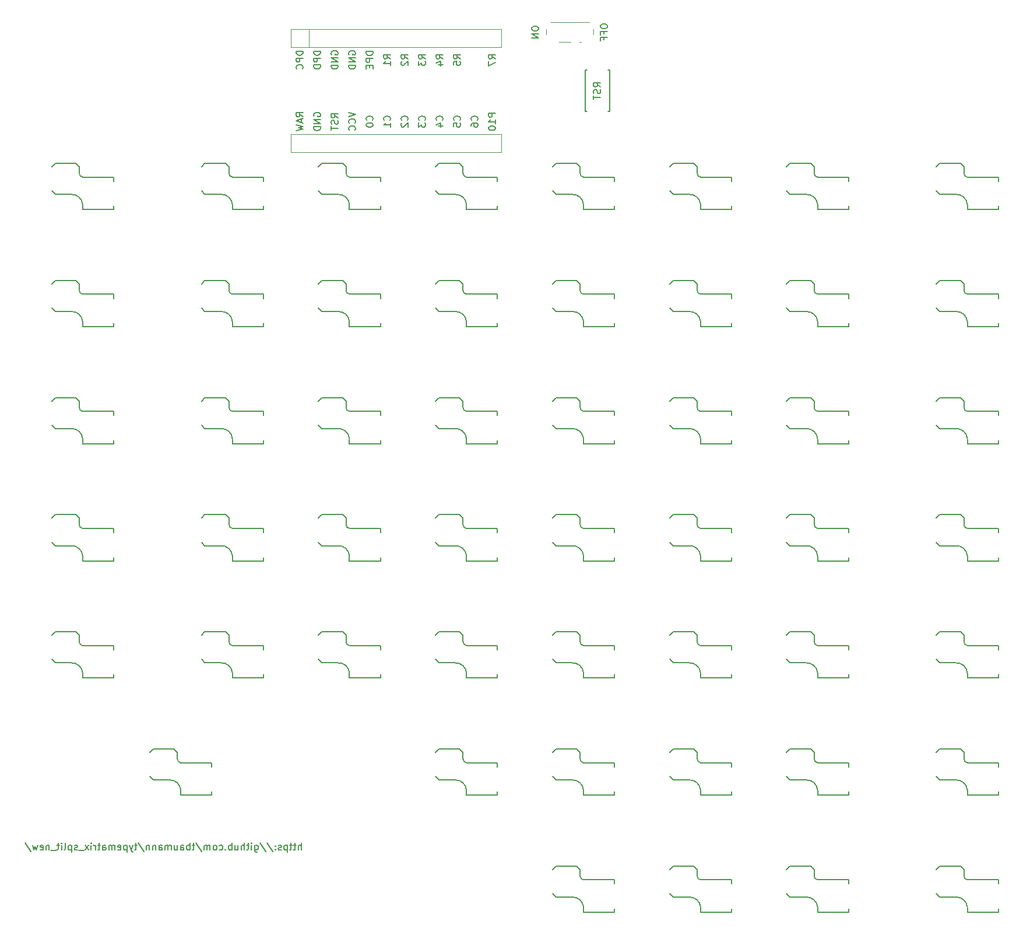
<source format=gbo>
G04 #@! TF.GenerationSoftware,KiCad,Pcbnew,8.0.4+1*
G04 #@! TF.CreationDate,2024-10-01T15:26:09+00:00*
G04 #@! TF.ProjectId,right,72696768-742e-46b6-9963-61645f706362,v0.2*
G04 #@! TF.SameCoordinates,Original*
G04 #@! TF.FileFunction,Legend,Bot*
G04 #@! TF.FilePolarity,Positive*
%FSLAX46Y46*%
G04 Gerber Fmt 4.6, Leading zero omitted, Abs format (unit mm)*
G04 Created by KiCad (PCBNEW 8.0.4+1) date 2024-10-01 15:26:09*
%MOMM*%
%LPD*%
G01*
G04 APERTURE LIST*
%ADD10C,0.150000*%
%ADD11C,0.120000*%
%ADD12O,1.800000X1.800000*%
%ADD13C,1.800000*%
%ADD14O,1.300000X1.850000*%
%ADD15C,2.000000*%
%ADD16C,3.100000*%
%ADD17C,3.500000*%
%ADD18C,2.100000*%
%ADD19C,1.000000*%
G04 APERTURE END LIST*
D10*
X280750001Y-123454819D02*
X280750001Y-122454819D01*
X280321430Y-123454819D02*
X280321430Y-122931009D01*
X280321430Y-122931009D02*
X280369049Y-122835771D01*
X280369049Y-122835771D02*
X280464287Y-122788152D01*
X280464287Y-122788152D02*
X280607144Y-122788152D01*
X280607144Y-122788152D02*
X280702382Y-122835771D01*
X280702382Y-122835771D02*
X280750001Y-122883390D01*
X279988096Y-122788152D02*
X279607144Y-122788152D01*
X279845239Y-122454819D02*
X279845239Y-123311961D01*
X279845239Y-123311961D02*
X279797620Y-123407200D01*
X279797620Y-123407200D02*
X279702382Y-123454819D01*
X279702382Y-123454819D02*
X279607144Y-123454819D01*
X279416667Y-122788152D02*
X279035715Y-122788152D01*
X279273810Y-122454819D02*
X279273810Y-123311961D01*
X279273810Y-123311961D02*
X279226191Y-123407200D01*
X279226191Y-123407200D02*
X279130953Y-123454819D01*
X279130953Y-123454819D02*
X279035715Y-123454819D01*
X278702381Y-122788152D02*
X278702381Y-123788152D01*
X278702381Y-122835771D02*
X278607143Y-122788152D01*
X278607143Y-122788152D02*
X278416667Y-122788152D01*
X278416667Y-122788152D02*
X278321429Y-122835771D01*
X278321429Y-122835771D02*
X278273810Y-122883390D01*
X278273810Y-122883390D02*
X278226191Y-122978628D01*
X278226191Y-122978628D02*
X278226191Y-123264342D01*
X278226191Y-123264342D02*
X278273810Y-123359580D01*
X278273810Y-123359580D02*
X278321429Y-123407200D01*
X278321429Y-123407200D02*
X278416667Y-123454819D01*
X278416667Y-123454819D02*
X278607143Y-123454819D01*
X278607143Y-123454819D02*
X278702381Y-123407200D01*
X277845238Y-123407200D02*
X277750000Y-123454819D01*
X277750000Y-123454819D02*
X277559524Y-123454819D01*
X277559524Y-123454819D02*
X277464286Y-123407200D01*
X277464286Y-123407200D02*
X277416667Y-123311961D01*
X277416667Y-123311961D02*
X277416667Y-123264342D01*
X277416667Y-123264342D02*
X277464286Y-123169104D01*
X277464286Y-123169104D02*
X277559524Y-123121485D01*
X277559524Y-123121485D02*
X277702381Y-123121485D01*
X277702381Y-123121485D02*
X277797619Y-123073866D01*
X277797619Y-123073866D02*
X277845238Y-122978628D01*
X277845238Y-122978628D02*
X277845238Y-122931009D01*
X277845238Y-122931009D02*
X277797619Y-122835771D01*
X277797619Y-122835771D02*
X277702381Y-122788152D01*
X277702381Y-122788152D02*
X277559524Y-122788152D01*
X277559524Y-122788152D02*
X277464286Y-122835771D01*
X276988095Y-123359580D02*
X276940476Y-123407200D01*
X276940476Y-123407200D02*
X276988095Y-123454819D01*
X276988095Y-123454819D02*
X277035714Y-123407200D01*
X277035714Y-123407200D02*
X276988095Y-123359580D01*
X276988095Y-123359580D02*
X276988095Y-123454819D01*
X276988095Y-122835771D02*
X276940476Y-122883390D01*
X276940476Y-122883390D02*
X276988095Y-122931009D01*
X276988095Y-122931009D02*
X277035714Y-122883390D01*
X277035714Y-122883390D02*
X276988095Y-122835771D01*
X276988095Y-122835771D02*
X276988095Y-122931009D01*
X275797620Y-122407200D02*
X276654762Y-123692914D01*
X274750001Y-122407200D02*
X275607143Y-123692914D01*
X273988096Y-122788152D02*
X273988096Y-123597676D01*
X273988096Y-123597676D02*
X274035715Y-123692914D01*
X274035715Y-123692914D02*
X274083334Y-123740533D01*
X274083334Y-123740533D02*
X274178572Y-123788152D01*
X274178572Y-123788152D02*
X274321429Y-123788152D01*
X274321429Y-123788152D02*
X274416667Y-123740533D01*
X273988096Y-123407200D02*
X274083334Y-123454819D01*
X274083334Y-123454819D02*
X274273810Y-123454819D01*
X274273810Y-123454819D02*
X274369048Y-123407200D01*
X274369048Y-123407200D02*
X274416667Y-123359580D01*
X274416667Y-123359580D02*
X274464286Y-123264342D01*
X274464286Y-123264342D02*
X274464286Y-122978628D01*
X274464286Y-122978628D02*
X274416667Y-122883390D01*
X274416667Y-122883390D02*
X274369048Y-122835771D01*
X274369048Y-122835771D02*
X274273810Y-122788152D01*
X274273810Y-122788152D02*
X274083334Y-122788152D01*
X274083334Y-122788152D02*
X273988096Y-122835771D01*
X273511905Y-123454819D02*
X273511905Y-122788152D01*
X273511905Y-122454819D02*
X273559524Y-122502438D01*
X273559524Y-122502438D02*
X273511905Y-122550057D01*
X273511905Y-122550057D02*
X273464286Y-122502438D01*
X273464286Y-122502438D02*
X273511905Y-122454819D01*
X273511905Y-122454819D02*
X273511905Y-122550057D01*
X273178572Y-122788152D02*
X272797620Y-122788152D01*
X273035715Y-122454819D02*
X273035715Y-123311961D01*
X273035715Y-123311961D02*
X272988096Y-123407200D01*
X272988096Y-123407200D02*
X272892858Y-123454819D01*
X272892858Y-123454819D02*
X272797620Y-123454819D01*
X272464286Y-123454819D02*
X272464286Y-122454819D01*
X272035715Y-123454819D02*
X272035715Y-122931009D01*
X272035715Y-122931009D02*
X272083334Y-122835771D01*
X272083334Y-122835771D02*
X272178572Y-122788152D01*
X272178572Y-122788152D02*
X272321429Y-122788152D01*
X272321429Y-122788152D02*
X272416667Y-122835771D01*
X272416667Y-122835771D02*
X272464286Y-122883390D01*
X271130953Y-122788152D02*
X271130953Y-123454819D01*
X271559524Y-122788152D02*
X271559524Y-123311961D01*
X271559524Y-123311961D02*
X271511905Y-123407200D01*
X271511905Y-123407200D02*
X271416667Y-123454819D01*
X271416667Y-123454819D02*
X271273810Y-123454819D01*
X271273810Y-123454819D02*
X271178572Y-123407200D01*
X271178572Y-123407200D02*
X271130953Y-123359580D01*
X270654762Y-123454819D02*
X270654762Y-122454819D01*
X270654762Y-122835771D02*
X270559524Y-122788152D01*
X270559524Y-122788152D02*
X270369048Y-122788152D01*
X270369048Y-122788152D02*
X270273810Y-122835771D01*
X270273810Y-122835771D02*
X270226191Y-122883390D01*
X270226191Y-122883390D02*
X270178572Y-122978628D01*
X270178572Y-122978628D02*
X270178572Y-123264342D01*
X270178572Y-123264342D02*
X270226191Y-123359580D01*
X270226191Y-123359580D02*
X270273810Y-123407200D01*
X270273810Y-123407200D02*
X270369048Y-123454819D01*
X270369048Y-123454819D02*
X270559524Y-123454819D01*
X270559524Y-123454819D02*
X270654762Y-123407200D01*
X269750000Y-123359580D02*
X269702381Y-123407200D01*
X269702381Y-123407200D02*
X269750000Y-123454819D01*
X269750000Y-123454819D02*
X269797619Y-123407200D01*
X269797619Y-123407200D02*
X269750000Y-123359580D01*
X269750000Y-123359580D02*
X269750000Y-123454819D01*
X268845239Y-123407200D02*
X268940477Y-123454819D01*
X268940477Y-123454819D02*
X269130953Y-123454819D01*
X269130953Y-123454819D02*
X269226191Y-123407200D01*
X269226191Y-123407200D02*
X269273810Y-123359580D01*
X269273810Y-123359580D02*
X269321429Y-123264342D01*
X269321429Y-123264342D02*
X269321429Y-122978628D01*
X269321429Y-122978628D02*
X269273810Y-122883390D01*
X269273810Y-122883390D02*
X269226191Y-122835771D01*
X269226191Y-122835771D02*
X269130953Y-122788152D01*
X269130953Y-122788152D02*
X268940477Y-122788152D01*
X268940477Y-122788152D02*
X268845239Y-122835771D01*
X268273810Y-123454819D02*
X268369048Y-123407200D01*
X268369048Y-123407200D02*
X268416667Y-123359580D01*
X268416667Y-123359580D02*
X268464286Y-123264342D01*
X268464286Y-123264342D02*
X268464286Y-122978628D01*
X268464286Y-122978628D02*
X268416667Y-122883390D01*
X268416667Y-122883390D02*
X268369048Y-122835771D01*
X268369048Y-122835771D02*
X268273810Y-122788152D01*
X268273810Y-122788152D02*
X268130953Y-122788152D01*
X268130953Y-122788152D02*
X268035715Y-122835771D01*
X268035715Y-122835771D02*
X267988096Y-122883390D01*
X267988096Y-122883390D02*
X267940477Y-122978628D01*
X267940477Y-122978628D02*
X267940477Y-123264342D01*
X267940477Y-123264342D02*
X267988096Y-123359580D01*
X267988096Y-123359580D02*
X268035715Y-123407200D01*
X268035715Y-123407200D02*
X268130953Y-123454819D01*
X268130953Y-123454819D02*
X268273810Y-123454819D01*
X267511905Y-123454819D02*
X267511905Y-122788152D01*
X267511905Y-122883390D02*
X267464286Y-122835771D01*
X267464286Y-122835771D02*
X267369048Y-122788152D01*
X267369048Y-122788152D02*
X267226191Y-122788152D01*
X267226191Y-122788152D02*
X267130953Y-122835771D01*
X267130953Y-122835771D02*
X267083334Y-122931009D01*
X267083334Y-122931009D02*
X267083334Y-123454819D01*
X267083334Y-122931009D02*
X267035715Y-122835771D01*
X267035715Y-122835771D02*
X266940477Y-122788152D01*
X266940477Y-122788152D02*
X266797620Y-122788152D01*
X266797620Y-122788152D02*
X266702381Y-122835771D01*
X266702381Y-122835771D02*
X266654762Y-122931009D01*
X266654762Y-122931009D02*
X266654762Y-123454819D01*
X265464287Y-122407200D02*
X266321429Y-123692914D01*
X265273810Y-122788152D02*
X264892858Y-122788152D01*
X265130953Y-122454819D02*
X265130953Y-123311961D01*
X265130953Y-123311961D02*
X265083334Y-123407200D01*
X265083334Y-123407200D02*
X264988096Y-123454819D01*
X264988096Y-123454819D02*
X264892858Y-123454819D01*
X264559524Y-123454819D02*
X264559524Y-122454819D01*
X264559524Y-122835771D02*
X264464286Y-122788152D01*
X264464286Y-122788152D02*
X264273810Y-122788152D01*
X264273810Y-122788152D02*
X264178572Y-122835771D01*
X264178572Y-122835771D02*
X264130953Y-122883390D01*
X264130953Y-122883390D02*
X264083334Y-122978628D01*
X264083334Y-122978628D02*
X264083334Y-123264342D01*
X264083334Y-123264342D02*
X264130953Y-123359580D01*
X264130953Y-123359580D02*
X264178572Y-123407200D01*
X264178572Y-123407200D02*
X264273810Y-123454819D01*
X264273810Y-123454819D02*
X264464286Y-123454819D01*
X264464286Y-123454819D02*
X264559524Y-123407200D01*
X263226191Y-123454819D02*
X263226191Y-122931009D01*
X263226191Y-122931009D02*
X263273810Y-122835771D01*
X263273810Y-122835771D02*
X263369048Y-122788152D01*
X263369048Y-122788152D02*
X263559524Y-122788152D01*
X263559524Y-122788152D02*
X263654762Y-122835771D01*
X263226191Y-123407200D02*
X263321429Y-123454819D01*
X263321429Y-123454819D02*
X263559524Y-123454819D01*
X263559524Y-123454819D02*
X263654762Y-123407200D01*
X263654762Y-123407200D02*
X263702381Y-123311961D01*
X263702381Y-123311961D02*
X263702381Y-123216723D01*
X263702381Y-123216723D02*
X263654762Y-123121485D01*
X263654762Y-123121485D02*
X263559524Y-123073866D01*
X263559524Y-123073866D02*
X263321429Y-123073866D01*
X263321429Y-123073866D02*
X263226191Y-123026247D01*
X262321429Y-122788152D02*
X262321429Y-123454819D01*
X262750000Y-122788152D02*
X262750000Y-123311961D01*
X262750000Y-123311961D02*
X262702381Y-123407200D01*
X262702381Y-123407200D02*
X262607143Y-123454819D01*
X262607143Y-123454819D02*
X262464286Y-123454819D01*
X262464286Y-123454819D02*
X262369048Y-123407200D01*
X262369048Y-123407200D02*
X262321429Y-123359580D01*
X261845238Y-123454819D02*
X261845238Y-122788152D01*
X261845238Y-122883390D02*
X261797619Y-122835771D01*
X261797619Y-122835771D02*
X261702381Y-122788152D01*
X261702381Y-122788152D02*
X261559524Y-122788152D01*
X261559524Y-122788152D02*
X261464286Y-122835771D01*
X261464286Y-122835771D02*
X261416667Y-122931009D01*
X261416667Y-122931009D02*
X261416667Y-123454819D01*
X261416667Y-122931009D02*
X261369048Y-122835771D01*
X261369048Y-122835771D02*
X261273810Y-122788152D01*
X261273810Y-122788152D02*
X261130953Y-122788152D01*
X261130953Y-122788152D02*
X261035714Y-122835771D01*
X261035714Y-122835771D02*
X260988095Y-122931009D01*
X260988095Y-122931009D02*
X260988095Y-123454819D01*
X260083334Y-123454819D02*
X260083334Y-122931009D01*
X260083334Y-122931009D02*
X260130953Y-122835771D01*
X260130953Y-122835771D02*
X260226191Y-122788152D01*
X260226191Y-122788152D02*
X260416667Y-122788152D01*
X260416667Y-122788152D02*
X260511905Y-122835771D01*
X260083334Y-123407200D02*
X260178572Y-123454819D01*
X260178572Y-123454819D02*
X260416667Y-123454819D01*
X260416667Y-123454819D02*
X260511905Y-123407200D01*
X260511905Y-123407200D02*
X260559524Y-123311961D01*
X260559524Y-123311961D02*
X260559524Y-123216723D01*
X260559524Y-123216723D02*
X260511905Y-123121485D01*
X260511905Y-123121485D02*
X260416667Y-123073866D01*
X260416667Y-123073866D02*
X260178572Y-123073866D01*
X260178572Y-123073866D02*
X260083334Y-123026247D01*
X259607143Y-122788152D02*
X259607143Y-123454819D01*
X259607143Y-122883390D02*
X259559524Y-122835771D01*
X259559524Y-122835771D02*
X259464286Y-122788152D01*
X259464286Y-122788152D02*
X259321429Y-122788152D01*
X259321429Y-122788152D02*
X259226191Y-122835771D01*
X259226191Y-122835771D02*
X259178572Y-122931009D01*
X259178572Y-122931009D02*
X259178572Y-123454819D01*
X258702381Y-122788152D02*
X258702381Y-123454819D01*
X258702381Y-122883390D02*
X258654762Y-122835771D01*
X258654762Y-122835771D02*
X258559524Y-122788152D01*
X258559524Y-122788152D02*
X258416667Y-122788152D01*
X258416667Y-122788152D02*
X258321429Y-122835771D01*
X258321429Y-122835771D02*
X258273810Y-122931009D01*
X258273810Y-122931009D02*
X258273810Y-123454819D01*
X257083334Y-122407200D02*
X257940476Y-123692914D01*
X256892857Y-122788152D02*
X256511905Y-122788152D01*
X256750000Y-122454819D02*
X256750000Y-123311961D01*
X256750000Y-123311961D02*
X256702381Y-123407200D01*
X256702381Y-123407200D02*
X256607143Y-123454819D01*
X256607143Y-123454819D02*
X256511905Y-123454819D01*
X256273809Y-122788152D02*
X256035714Y-123454819D01*
X255797619Y-122788152D02*
X256035714Y-123454819D01*
X256035714Y-123454819D02*
X256130952Y-123692914D01*
X256130952Y-123692914D02*
X256178571Y-123740533D01*
X256178571Y-123740533D02*
X256273809Y-123788152D01*
X255416666Y-122788152D02*
X255416666Y-123788152D01*
X255416666Y-122835771D02*
X255321428Y-122788152D01*
X255321428Y-122788152D02*
X255130952Y-122788152D01*
X255130952Y-122788152D02*
X255035714Y-122835771D01*
X255035714Y-122835771D02*
X254988095Y-122883390D01*
X254988095Y-122883390D02*
X254940476Y-122978628D01*
X254940476Y-122978628D02*
X254940476Y-123264342D01*
X254940476Y-123264342D02*
X254988095Y-123359580D01*
X254988095Y-123359580D02*
X255035714Y-123407200D01*
X255035714Y-123407200D02*
X255130952Y-123454819D01*
X255130952Y-123454819D02*
X255321428Y-123454819D01*
X255321428Y-123454819D02*
X255416666Y-123407200D01*
X254130952Y-123407200D02*
X254226190Y-123454819D01*
X254226190Y-123454819D02*
X254416666Y-123454819D01*
X254416666Y-123454819D02*
X254511904Y-123407200D01*
X254511904Y-123407200D02*
X254559523Y-123311961D01*
X254559523Y-123311961D02*
X254559523Y-122931009D01*
X254559523Y-122931009D02*
X254511904Y-122835771D01*
X254511904Y-122835771D02*
X254416666Y-122788152D01*
X254416666Y-122788152D02*
X254226190Y-122788152D01*
X254226190Y-122788152D02*
X254130952Y-122835771D01*
X254130952Y-122835771D02*
X254083333Y-122931009D01*
X254083333Y-122931009D02*
X254083333Y-123026247D01*
X254083333Y-123026247D02*
X254559523Y-123121485D01*
X253654761Y-123454819D02*
X253654761Y-122788152D01*
X253654761Y-122883390D02*
X253607142Y-122835771D01*
X253607142Y-122835771D02*
X253511904Y-122788152D01*
X253511904Y-122788152D02*
X253369047Y-122788152D01*
X253369047Y-122788152D02*
X253273809Y-122835771D01*
X253273809Y-122835771D02*
X253226190Y-122931009D01*
X253226190Y-122931009D02*
X253226190Y-123454819D01*
X253226190Y-122931009D02*
X253178571Y-122835771D01*
X253178571Y-122835771D02*
X253083333Y-122788152D01*
X253083333Y-122788152D02*
X252940476Y-122788152D01*
X252940476Y-122788152D02*
X252845237Y-122835771D01*
X252845237Y-122835771D02*
X252797618Y-122931009D01*
X252797618Y-122931009D02*
X252797618Y-123454819D01*
X251892857Y-123454819D02*
X251892857Y-122931009D01*
X251892857Y-122931009D02*
X251940476Y-122835771D01*
X251940476Y-122835771D02*
X252035714Y-122788152D01*
X252035714Y-122788152D02*
X252226190Y-122788152D01*
X252226190Y-122788152D02*
X252321428Y-122835771D01*
X251892857Y-123407200D02*
X251988095Y-123454819D01*
X251988095Y-123454819D02*
X252226190Y-123454819D01*
X252226190Y-123454819D02*
X252321428Y-123407200D01*
X252321428Y-123407200D02*
X252369047Y-123311961D01*
X252369047Y-123311961D02*
X252369047Y-123216723D01*
X252369047Y-123216723D02*
X252321428Y-123121485D01*
X252321428Y-123121485D02*
X252226190Y-123073866D01*
X252226190Y-123073866D02*
X251988095Y-123073866D01*
X251988095Y-123073866D02*
X251892857Y-123026247D01*
X251559523Y-122788152D02*
X251178571Y-122788152D01*
X251416666Y-122454819D02*
X251416666Y-123311961D01*
X251416666Y-123311961D02*
X251369047Y-123407200D01*
X251369047Y-123407200D02*
X251273809Y-123454819D01*
X251273809Y-123454819D02*
X251178571Y-123454819D01*
X250845237Y-123454819D02*
X250845237Y-122788152D01*
X250845237Y-122978628D02*
X250797618Y-122883390D01*
X250797618Y-122883390D02*
X250749999Y-122835771D01*
X250749999Y-122835771D02*
X250654761Y-122788152D01*
X250654761Y-122788152D02*
X250559523Y-122788152D01*
X250226189Y-123454819D02*
X250226189Y-122788152D01*
X250226189Y-122454819D02*
X250273808Y-122502438D01*
X250273808Y-122502438D02*
X250226189Y-122550057D01*
X250226189Y-122550057D02*
X250178570Y-122502438D01*
X250178570Y-122502438D02*
X250226189Y-122454819D01*
X250226189Y-122454819D02*
X250226189Y-122550057D01*
X249845237Y-123454819D02*
X249321428Y-122788152D01*
X249845237Y-122788152D02*
X249321428Y-123454819D01*
X249178571Y-123550057D02*
X248416666Y-123550057D01*
X248226189Y-123407200D02*
X248130951Y-123454819D01*
X248130951Y-123454819D02*
X247940475Y-123454819D01*
X247940475Y-123454819D02*
X247845237Y-123407200D01*
X247845237Y-123407200D02*
X247797618Y-123311961D01*
X247797618Y-123311961D02*
X247797618Y-123264342D01*
X247797618Y-123264342D02*
X247845237Y-123169104D01*
X247845237Y-123169104D02*
X247940475Y-123121485D01*
X247940475Y-123121485D02*
X248083332Y-123121485D01*
X248083332Y-123121485D02*
X248178570Y-123073866D01*
X248178570Y-123073866D02*
X248226189Y-122978628D01*
X248226189Y-122978628D02*
X248226189Y-122931009D01*
X248226189Y-122931009D02*
X248178570Y-122835771D01*
X248178570Y-122835771D02*
X248083332Y-122788152D01*
X248083332Y-122788152D02*
X247940475Y-122788152D01*
X247940475Y-122788152D02*
X247845237Y-122835771D01*
X247369046Y-122788152D02*
X247369046Y-123788152D01*
X247369046Y-122835771D02*
X247273808Y-122788152D01*
X247273808Y-122788152D02*
X247083332Y-122788152D01*
X247083332Y-122788152D02*
X246988094Y-122835771D01*
X246988094Y-122835771D02*
X246940475Y-122883390D01*
X246940475Y-122883390D02*
X246892856Y-122978628D01*
X246892856Y-122978628D02*
X246892856Y-123264342D01*
X246892856Y-123264342D02*
X246940475Y-123359580D01*
X246940475Y-123359580D02*
X246988094Y-123407200D01*
X246988094Y-123407200D02*
X247083332Y-123454819D01*
X247083332Y-123454819D02*
X247273808Y-123454819D01*
X247273808Y-123454819D02*
X247369046Y-123407200D01*
X246321427Y-123454819D02*
X246416665Y-123407200D01*
X246416665Y-123407200D02*
X246464284Y-123311961D01*
X246464284Y-123311961D02*
X246464284Y-122454819D01*
X245940474Y-123454819D02*
X245940474Y-122788152D01*
X245940474Y-122454819D02*
X245988093Y-122502438D01*
X245988093Y-122502438D02*
X245940474Y-122550057D01*
X245940474Y-122550057D02*
X245892855Y-122502438D01*
X245892855Y-122502438D02*
X245940474Y-122454819D01*
X245940474Y-122454819D02*
X245940474Y-122550057D01*
X245607141Y-122788152D02*
X245226189Y-122788152D01*
X245464284Y-122454819D02*
X245464284Y-123311961D01*
X245464284Y-123311961D02*
X245416665Y-123407200D01*
X245416665Y-123407200D02*
X245321427Y-123454819D01*
X245321427Y-123454819D02*
X245226189Y-123454819D01*
X245130951Y-123550057D02*
X244369046Y-123550057D01*
X244130950Y-122788152D02*
X244130950Y-123454819D01*
X244130950Y-122883390D02*
X244083331Y-122835771D01*
X244083331Y-122835771D02*
X243988093Y-122788152D01*
X243988093Y-122788152D02*
X243845236Y-122788152D01*
X243845236Y-122788152D02*
X243749998Y-122835771D01*
X243749998Y-122835771D02*
X243702379Y-122931009D01*
X243702379Y-122931009D02*
X243702379Y-123454819D01*
X242845236Y-123407200D02*
X242940474Y-123454819D01*
X242940474Y-123454819D02*
X243130950Y-123454819D01*
X243130950Y-123454819D02*
X243226188Y-123407200D01*
X243226188Y-123407200D02*
X243273807Y-123311961D01*
X243273807Y-123311961D02*
X243273807Y-122931009D01*
X243273807Y-122931009D02*
X243226188Y-122835771D01*
X243226188Y-122835771D02*
X243130950Y-122788152D01*
X243130950Y-122788152D02*
X242940474Y-122788152D01*
X242940474Y-122788152D02*
X242845236Y-122835771D01*
X242845236Y-122835771D02*
X242797617Y-122931009D01*
X242797617Y-122931009D02*
X242797617Y-123026247D01*
X242797617Y-123026247D02*
X243273807Y-123121485D01*
X242464283Y-122788152D02*
X242273807Y-123454819D01*
X242273807Y-123454819D02*
X242083331Y-122978628D01*
X242083331Y-122978628D02*
X241892855Y-123454819D01*
X241892855Y-123454819D02*
X241702379Y-122788152D01*
X240607141Y-122407200D02*
X241464283Y-123692914D01*
X293619580Y-17553333D02*
X293667200Y-17505714D01*
X293667200Y-17505714D02*
X293714819Y-17362857D01*
X293714819Y-17362857D02*
X293714819Y-17267619D01*
X293714819Y-17267619D02*
X293667200Y-17124762D01*
X293667200Y-17124762D02*
X293571961Y-17029524D01*
X293571961Y-17029524D02*
X293476723Y-16981905D01*
X293476723Y-16981905D02*
X293286247Y-16934286D01*
X293286247Y-16934286D02*
X293143390Y-16934286D01*
X293143390Y-16934286D02*
X292952914Y-16981905D01*
X292952914Y-16981905D02*
X292857676Y-17029524D01*
X292857676Y-17029524D02*
X292762438Y-17124762D01*
X292762438Y-17124762D02*
X292714819Y-17267619D01*
X292714819Y-17267619D02*
X292714819Y-17362857D01*
X292714819Y-17362857D02*
X292762438Y-17505714D01*
X292762438Y-17505714D02*
X292810057Y-17553333D01*
X293714819Y-18505714D02*
X293714819Y-17934286D01*
X293714819Y-18220000D02*
X292714819Y-18220000D01*
X292714819Y-18220000D02*
X292857676Y-18124762D01*
X292857676Y-18124762D02*
X292952914Y-18029524D01*
X292952914Y-18029524D02*
X293000533Y-17934286D01*
X298699580Y-17553333D02*
X298747200Y-17505714D01*
X298747200Y-17505714D02*
X298794819Y-17362857D01*
X298794819Y-17362857D02*
X298794819Y-17267619D01*
X298794819Y-17267619D02*
X298747200Y-17124762D01*
X298747200Y-17124762D02*
X298651961Y-17029524D01*
X298651961Y-17029524D02*
X298556723Y-16981905D01*
X298556723Y-16981905D02*
X298366247Y-16934286D01*
X298366247Y-16934286D02*
X298223390Y-16934286D01*
X298223390Y-16934286D02*
X298032914Y-16981905D01*
X298032914Y-16981905D02*
X297937676Y-17029524D01*
X297937676Y-17029524D02*
X297842438Y-17124762D01*
X297842438Y-17124762D02*
X297794819Y-17267619D01*
X297794819Y-17267619D02*
X297794819Y-17362857D01*
X297794819Y-17362857D02*
X297842438Y-17505714D01*
X297842438Y-17505714D02*
X297890057Y-17553333D01*
X297794819Y-17886667D02*
X297794819Y-18505714D01*
X297794819Y-18505714D02*
X298175771Y-18172381D01*
X298175771Y-18172381D02*
X298175771Y-18315238D01*
X298175771Y-18315238D02*
X298223390Y-18410476D01*
X298223390Y-18410476D02*
X298271009Y-18458095D01*
X298271009Y-18458095D02*
X298366247Y-18505714D01*
X298366247Y-18505714D02*
X298604342Y-18505714D01*
X298604342Y-18505714D02*
X298699580Y-18458095D01*
X298699580Y-18458095D02*
X298747200Y-18410476D01*
X298747200Y-18410476D02*
X298794819Y-18315238D01*
X298794819Y-18315238D02*
X298794819Y-18029524D01*
X298794819Y-18029524D02*
X298747200Y-17934286D01*
X298747200Y-17934286D02*
X298699580Y-17886667D01*
X306319580Y-17553333D02*
X306367200Y-17505714D01*
X306367200Y-17505714D02*
X306414819Y-17362857D01*
X306414819Y-17362857D02*
X306414819Y-17267619D01*
X306414819Y-17267619D02*
X306367200Y-17124762D01*
X306367200Y-17124762D02*
X306271961Y-17029524D01*
X306271961Y-17029524D02*
X306176723Y-16981905D01*
X306176723Y-16981905D02*
X305986247Y-16934286D01*
X305986247Y-16934286D02*
X305843390Y-16934286D01*
X305843390Y-16934286D02*
X305652914Y-16981905D01*
X305652914Y-16981905D02*
X305557676Y-17029524D01*
X305557676Y-17029524D02*
X305462438Y-17124762D01*
X305462438Y-17124762D02*
X305414819Y-17267619D01*
X305414819Y-17267619D02*
X305414819Y-17362857D01*
X305414819Y-17362857D02*
X305462438Y-17505714D01*
X305462438Y-17505714D02*
X305510057Y-17553333D01*
X305414819Y-18410476D02*
X305414819Y-18220000D01*
X305414819Y-18220000D02*
X305462438Y-18124762D01*
X305462438Y-18124762D02*
X305510057Y-18077143D01*
X305510057Y-18077143D02*
X305652914Y-17981905D01*
X305652914Y-17981905D02*
X305843390Y-17934286D01*
X305843390Y-17934286D02*
X306224342Y-17934286D01*
X306224342Y-17934286D02*
X306319580Y-17981905D01*
X306319580Y-17981905D02*
X306367200Y-18029524D01*
X306367200Y-18029524D02*
X306414819Y-18124762D01*
X306414819Y-18124762D02*
X306414819Y-18315238D01*
X306414819Y-18315238D02*
X306367200Y-18410476D01*
X306367200Y-18410476D02*
X306319580Y-18458095D01*
X306319580Y-18458095D02*
X306224342Y-18505714D01*
X306224342Y-18505714D02*
X305986247Y-18505714D01*
X305986247Y-18505714D02*
X305891009Y-18458095D01*
X305891009Y-18458095D02*
X305843390Y-18410476D01*
X305843390Y-18410476D02*
X305795771Y-18315238D01*
X305795771Y-18315238D02*
X305795771Y-18124762D01*
X305795771Y-18124762D02*
X305843390Y-18029524D01*
X305843390Y-18029524D02*
X305891009Y-17981905D01*
X305891009Y-17981905D02*
X305986247Y-17934286D01*
X287634819Y-16386667D02*
X288634819Y-16720000D01*
X288634819Y-16720000D02*
X287634819Y-17053333D01*
X288539580Y-17958095D02*
X288587200Y-17910476D01*
X288587200Y-17910476D02*
X288634819Y-17767619D01*
X288634819Y-17767619D02*
X288634819Y-17672381D01*
X288634819Y-17672381D02*
X288587200Y-17529524D01*
X288587200Y-17529524D02*
X288491961Y-17434286D01*
X288491961Y-17434286D02*
X288396723Y-17386667D01*
X288396723Y-17386667D02*
X288206247Y-17339048D01*
X288206247Y-17339048D02*
X288063390Y-17339048D01*
X288063390Y-17339048D02*
X287872914Y-17386667D01*
X287872914Y-17386667D02*
X287777676Y-17434286D01*
X287777676Y-17434286D02*
X287682438Y-17529524D01*
X287682438Y-17529524D02*
X287634819Y-17672381D01*
X287634819Y-17672381D02*
X287634819Y-17767619D01*
X287634819Y-17767619D02*
X287682438Y-17910476D01*
X287682438Y-17910476D02*
X287730057Y-17958095D01*
X288539580Y-18958095D02*
X288587200Y-18910476D01*
X288587200Y-18910476D02*
X288634819Y-18767619D01*
X288634819Y-18767619D02*
X288634819Y-18672381D01*
X288634819Y-18672381D02*
X288587200Y-18529524D01*
X288587200Y-18529524D02*
X288491961Y-18434286D01*
X288491961Y-18434286D02*
X288396723Y-18386667D01*
X288396723Y-18386667D02*
X288206247Y-18339048D01*
X288206247Y-18339048D02*
X288063390Y-18339048D01*
X288063390Y-18339048D02*
X287872914Y-18386667D01*
X287872914Y-18386667D02*
X287777676Y-18434286D01*
X287777676Y-18434286D02*
X287682438Y-18529524D01*
X287682438Y-18529524D02*
X287634819Y-18672381D01*
X287634819Y-18672381D02*
X287634819Y-18767619D01*
X287634819Y-18767619D02*
X287682438Y-18910476D01*
X287682438Y-18910476D02*
X287730057Y-18958095D01*
X282602438Y-16958095D02*
X282554819Y-16862857D01*
X282554819Y-16862857D02*
X282554819Y-16720000D01*
X282554819Y-16720000D02*
X282602438Y-16577143D01*
X282602438Y-16577143D02*
X282697676Y-16481905D01*
X282697676Y-16481905D02*
X282792914Y-16434286D01*
X282792914Y-16434286D02*
X282983390Y-16386667D01*
X282983390Y-16386667D02*
X283126247Y-16386667D01*
X283126247Y-16386667D02*
X283316723Y-16434286D01*
X283316723Y-16434286D02*
X283411961Y-16481905D01*
X283411961Y-16481905D02*
X283507200Y-16577143D01*
X283507200Y-16577143D02*
X283554819Y-16720000D01*
X283554819Y-16720000D02*
X283554819Y-16815238D01*
X283554819Y-16815238D02*
X283507200Y-16958095D01*
X283507200Y-16958095D02*
X283459580Y-17005714D01*
X283459580Y-17005714D02*
X283126247Y-17005714D01*
X283126247Y-17005714D02*
X283126247Y-16815238D01*
X283554819Y-17434286D02*
X282554819Y-17434286D01*
X282554819Y-17434286D02*
X283554819Y-18005714D01*
X283554819Y-18005714D02*
X282554819Y-18005714D01*
X283554819Y-18481905D02*
X282554819Y-18481905D01*
X282554819Y-18481905D02*
X282554819Y-18720000D01*
X282554819Y-18720000D02*
X282602438Y-18862857D01*
X282602438Y-18862857D02*
X282697676Y-18958095D01*
X282697676Y-18958095D02*
X282792914Y-19005714D01*
X282792914Y-19005714D02*
X282983390Y-19053333D01*
X282983390Y-19053333D02*
X283126247Y-19053333D01*
X283126247Y-19053333D02*
X283316723Y-19005714D01*
X283316723Y-19005714D02*
X283411961Y-18958095D01*
X283411961Y-18958095D02*
X283507200Y-18862857D01*
X283507200Y-18862857D02*
X283554819Y-18720000D01*
X283554819Y-18720000D02*
X283554819Y-18481905D01*
X285142438Y-8018095D02*
X285094819Y-7922857D01*
X285094819Y-7922857D02*
X285094819Y-7780000D01*
X285094819Y-7780000D02*
X285142438Y-7637143D01*
X285142438Y-7637143D02*
X285237676Y-7541905D01*
X285237676Y-7541905D02*
X285332914Y-7494286D01*
X285332914Y-7494286D02*
X285523390Y-7446667D01*
X285523390Y-7446667D02*
X285666247Y-7446667D01*
X285666247Y-7446667D02*
X285856723Y-7494286D01*
X285856723Y-7494286D02*
X285951961Y-7541905D01*
X285951961Y-7541905D02*
X286047200Y-7637143D01*
X286047200Y-7637143D02*
X286094819Y-7780000D01*
X286094819Y-7780000D02*
X286094819Y-7875238D01*
X286094819Y-7875238D02*
X286047200Y-8018095D01*
X286047200Y-8018095D02*
X285999580Y-8065714D01*
X285999580Y-8065714D02*
X285666247Y-8065714D01*
X285666247Y-8065714D02*
X285666247Y-7875238D01*
X286094819Y-8494286D02*
X285094819Y-8494286D01*
X285094819Y-8494286D02*
X286094819Y-9065714D01*
X286094819Y-9065714D02*
X285094819Y-9065714D01*
X286094819Y-9541905D02*
X285094819Y-9541905D01*
X285094819Y-9541905D02*
X285094819Y-9780000D01*
X285094819Y-9780000D02*
X285142438Y-9922857D01*
X285142438Y-9922857D02*
X285237676Y-10018095D01*
X285237676Y-10018095D02*
X285332914Y-10065714D01*
X285332914Y-10065714D02*
X285523390Y-10113333D01*
X285523390Y-10113333D02*
X285666247Y-10113333D01*
X285666247Y-10113333D02*
X285856723Y-10065714D01*
X285856723Y-10065714D02*
X285951961Y-10018095D01*
X285951961Y-10018095D02*
X286047200Y-9922857D01*
X286047200Y-9922857D02*
X286094819Y-9780000D01*
X286094819Y-9780000D02*
X286094819Y-9541905D01*
X283554819Y-7518095D02*
X282554819Y-7518095D01*
X282554819Y-7518095D02*
X282554819Y-7756190D01*
X282554819Y-7756190D02*
X282602438Y-7899047D01*
X282602438Y-7899047D02*
X282697676Y-7994285D01*
X282697676Y-7994285D02*
X282792914Y-8041904D01*
X282792914Y-8041904D02*
X282983390Y-8089523D01*
X282983390Y-8089523D02*
X283126247Y-8089523D01*
X283126247Y-8089523D02*
X283316723Y-8041904D01*
X283316723Y-8041904D02*
X283411961Y-7994285D01*
X283411961Y-7994285D02*
X283507200Y-7899047D01*
X283507200Y-7899047D02*
X283554819Y-7756190D01*
X283554819Y-7756190D02*
X283554819Y-7518095D01*
X283554819Y-8518095D02*
X282554819Y-8518095D01*
X282554819Y-8518095D02*
X282554819Y-8899047D01*
X282554819Y-8899047D02*
X282602438Y-8994285D01*
X282602438Y-8994285D02*
X282650057Y-9041904D01*
X282650057Y-9041904D02*
X282745295Y-9089523D01*
X282745295Y-9089523D02*
X282888152Y-9089523D01*
X282888152Y-9089523D02*
X282983390Y-9041904D01*
X282983390Y-9041904D02*
X283031009Y-8994285D01*
X283031009Y-8994285D02*
X283078628Y-8899047D01*
X283078628Y-8899047D02*
X283078628Y-8518095D01*
X283554819Y-9518095D02*
X282554819Y-9518095D01*
X282554819Y-9518095D02*
X282554819Y-9756190D01*
X282554819Y-9756190D02*
X282602438Y-9899047D01*
X282602438Y-9899047D02*
X282697676Y-9994285D01*
X282697676Y-9994285D02*
X282792914Y-10041904D01*
X282792914Y-10041904D02*
X282983390Y-10089523D01*
X282983390Y-10089523D02*
X283126247Y-10089523D01*
X283126247Y-10089523D02*
X283316723Y-10041904D01*
X283316723Y-10041904D02*
X283411961Y-9994285D01*
X283411961Y-9994285D02*
X283507200Y-9899047D01*
X283507200Y-9899047D02*
X283554819Y-9756190D01*
X283554819Y-9756190D02*
X283554819Y-9518095D01*
X301334819Y-8613333D02*
X300858628Y-8280000D01*
X301334819Y-8041905D02*
X300334819Y-8041905D01*
X300334819Y-8041905D02*
X300334819Y-8422857D01*
X300334819Y-8422857D02*
X300382438Y-8518095D01*
X300382438Y-8518095D02*
X300430057Y-8565714D01*
X300430057Y-8565714D02*
X300525295Y-8613333D01*
X300525295Y-8613333D02*
X300668152Y-8613333D01*
X300668152Y-8613333D02*
X300763390Y-8565714D01*
X300763390Y-8565714D02*
X300811009Y-8518095D01*
X300811009Y-8518095D02*
X300858628Y-8422857D01*
X300858628Y-8422857D02*
X300858628Y-8041905D01*
X300668152Y-9470476D02*
X301334819Y-9470476D01*
X300287200Y-9232381D02*
X301001485Y-8994286D01*
X301001485Y-8994286D02*
X301001485Y-9613333D01*
X296159580Y-17553333D02*
X296207200Y-17505714D01*
X296207200Y-17505714D02*
X296254819Y-17362857D01*
X296254819Y-17362857D02*
X296254819Y-17267619D01*
X296254819Y-17267619D02*
X296207200Y-17124762D01*
X296207200Y-17124762D02*
X296111961Y-17029524D01*
X296111961Y-17029524D02*
X296016723Y-16981905D01*
X296016723Y-16981905D02*
X295826247Y-16934286D01*
X295826247Y-16934286D02*
X295683390Y-16934286D01*
X295683390Y-16934286D02*
X295492914Y-16981905D01*
X295492914Y-16981905D02*
X295397676Y-17029524D01*
X295397676Y-17029524D02*
X295302438Y-17124762D01*
X295302438Y-17124762D02*
X295254819Y-17267619D01*
X295254819Y-17267619D02*
X295254819Y-17362857D01*
X295254819Y-17362857D02*
X295302438Y-17505714D01*
X295302438Y-17505714D02*
X295350057Y-17553333D01*
X295350057Y-17934286D02*
X295302438Y-17981905D01*
X295302438Y-17981905D02*
X295254819Y-18077143D01*
X295254819Y-18077143D02*
X295254819Y-18315238D01*
X295254819Y-18315238D02*
X295302438Y-18410476D01*
X295302438Y-18410476D02*
X295350057Y-18458095D01*
X295350057Y-18458095D02*
X295445295Y-18505714D01*
X295445295Y-18505714D02*
X295540533Y-18505714D01*
X295540533Y-18505714D02*
X295683390Y-18458095D01*
X295683390Y-18458095D02*
X296254819Y-17886667D01*
X296254819Y-17886667D02*
X296254819Y-18505714D01*
X296254819Y-8613333D02*
X295778628Y-8280000D01*
X296254819Y-8041905D02*
X295254819Y-8041905D01*
X295254819Y-8041905D02*
X295254819Y-8422857D01*
X295254819Y-8422857D02*
X295302438Y-8518095D01*
X295302438Y-8518095D02*
X295350057Y-8565714D01*
X295350057Y-8565714D02*
X295445295Y-8613333D01*
X295445295Y-8613333D02*
X295588152Y-8613333D01*
X295588152Y-8613333D02*
X295683390Y-8565714D01*
X295683390Y-8565714D02*
X295731009Y-8518095D01*
X295731009Y-8518095D02*
X295778628Y-8422857D01*
X295778628Y-8422857D02*
X295778628Y-8041905D01*
X295350057Y-8994286D02*
X295302438Y-9041905D01*
X295302438Y-9041905D02*
X295254819Y-9137143D01*
X295254819Y-9137143D02*
X295254819Y-9375238D01*
X295254819Y-9375238D02*
X295302438Y-9470476D01*
X295302438Y-9470476D02*
X295350057Y-9518095D01*
X295350057Y-9518095D02*
X295445295Y-9565714D01*
X295445295Y-9565714D02*
X295540533Y-9565714D01*
X295540533Y-9565714D02*
X295683390Y-9518095D01*
X295683390Y-9518095D02*
X296254819Y-8946667D01*
X296254819Y-8946667D02*
X296254819Y-9565714D01*
X301239580Y-17553333D02*
X301287200Y-17505714D01*
X301287200Y-17505714D02*
X301334819Y-17362857D01*
X301334819Y-17362857D02*
X301334819Y-17267619D01*
X301334819Y-17267619D02*
X301287200Y-17124762D01*
X301287200Y-17124762D02*
X301191961Y-17029524D01*
X301191961Y-17029524D02*
X301096723Y-16981905D01*
X301096723Y-16981905D02*
X300906247Y-16934286D01*
X300906247Y-16934286D02*
X300763390Y-16934286D01*
X300763390Y-16934286D02*
X300572914Y-16981905D01*
X300572914Y-16981905D02*
X300477676Y-17029524D01*
X300477676Y-17029524D02*
X300382438Y-17124762D01*
X300382438Y-17124762D02*
X300334819Y-17267619D01*
X300334819Y-17267619D02*
X300334819Y-17362857D01*
X300334819Y-17362857D02*
X300382438Y-17505714D01*
X300382438Y-17505714D02*
X300430057Y-17553333D01*
X300668152Y-18410476D02*
X301334819Y-18410476D01*
X300287200Y-18172381D02*
X301001485Y-17934286D01*
X301001485Y-17934286D02*
X301001485Y-18553333D01*
X303779580Y-17553333D02*
X303827200Y-17505714D01*
X303827200Y-17505714D02*
X303874819Y-17362857D01*
X303874819Y-17362857D02*
X303874819Y-17267619D01*
X303874819Y-17267619D02*
X303827200Y-17124762D01*
X303827200Y-17124762D02*
X303731961Y-17029524D01*
X303731961Y-17029524D02*
X303636723Y-16981905D01*
X303636723Y-16981905D02*
X303446247Y-16934286D01*
X303446247Y-16934286D02*
X303303390Y-16934286D01*
X303303390Y-16934286D02*
X303112914Y-16981905D01*
X303112914Y-16981905D02*
X303017676Y-17029524D01*
X303017676Y-17029524D02*
X302922438Y-17124762D01*
X302922438Y-17124762D02*
X302874819Y-17267619D01*
X302874819Y-17267619D02*
X302874819Y-17362857D01*
X302874819Y-17362857D02*
X302922438Y-17505714D01*
X302922438Y-17505714D02*
X302970057Y-17553333D01*
X302874819Y-18458095D02*
X302874819Y-17981905D01*
X302874819Y-17981905D02*
X303351009Y-17934286D01*
X303351009Y-17934286D02*
X303303390Y-17981905D01*
X303303390Y-17981905D02*
X303255771Y-18077143D01*
X303255771Y-18077143D02*
X303255771Y-18315238D01*
X303255771Y-18315238D02*
X303303390Y-18410476D01*
X303303390Y-18410476D02*
X303351009Y-18458095D01*
X303351009Y-18458095D02*
X303446247Y-18505714D01*
X303446247Y-18505714D02*
X303684342Y-18505714D01*
X303684342Y-18505714D02*
X303779580Y-18458095D01*
X303779580Y-18458095D02*
X303827200Y-18410476D01*
X303827200Y-18410476D02*
X303874819Y-18315238D01*
X303874819Y-18315238D02*
X303874819Y-18077143D01*
X303874819Y-18077143D02*
X303827200Y-17981905D01*
X303827200Y-17981905D02*
X303779580Y-17934286D01*
X298794819Y-8613333D02*
X298318628Y-8280000D01*
X298794819Y-8041905D02*
X297794819Y-8041905D01*
X297794819Y-8041905D02*
X297794819Y-8422857D01*
X297794819Y-8422857D02*
X297842438Y-8518095D01*
X297842438Y-8518095D02*
X297890057Y-8565714D01*
X297890057Y-8565714D02*
X297985295Y-8613333D01*
X297985295Y-8613333D02*
X298128152Y-8613333D01*
X298128152Y-8613333D02*
X298223390Y-8565714D01*
X298223390Y-8565714D02*
X298271009Y-8518095D01*
X298271009Y-8518095D02*
X298318628Y-8422857D01*
X298318628Y-8422857D02*
X298318628Y-8041905D01*
X297794819Y-8946667D02*
X297794819Y-9565714D01*
X297794819Y-9565714D02*
X298175771Y-9232381D01*
X298175771Y-9232381D02*
X298175771Y-9375238D01*
X298175771Y-9375238D02*
X298223390Y-9470476D01*
X298223390Y-9470476D02*
X298271009Y-9518095D01*
X298271009Y-9518095D02*
X298366247Y-9565714D01*
X298366247Y-9565714D02*
X298604342Y-9565714D01*
X298604342Y-9565714D02*
X298699580Y-9518095D01*
X298699580Y-9518095D02*
X298747200Y-9470476D01*
X298747200Y-9470476D02*
X298794819Y-9375238D01*
X298794819Y-9375238D02*
X298794819Y-9089524D01*
X298794819Y-9089524D02*
X298747200Y-8994286D01*
X298747200Y-8994286D02*
X298699580Y-8946667D01*
X287682438Y-8018095D02*
X287634819Y-7922857D01*
X287634819Y-7922857D02*
X287634819Y-7780000D01*
X287634819Y-7780000D02*
X287682438Y-7637143D01*
X287682438Y-7637143D02*
X287777676Y-7541905D01*
X287777676Y-7541905D02*
X287872914Y-7494286D01*
X287872914Y-7494286D02*
X288063390Y-7446667D01*
X288063390Y-7446667D02*
X288206247Y-7446667D01*
X288206247Y-7446667D02*
X288396723Y-7494286D01*
X288396723Y-7494286D02*
X288491961Y-7541905D01*
X288491961Y-7541905D02*
X288587200Y-7637143D01*
X288587200Y-7637143D02*
X288634819Y-7780000D01*
X288634819Y-7780000D02*
X288634819Y-7875238D01*
X288634819Y-7875238D02*
X288587200Y-8018095D01*
X288587200Y-8018095D02*
X288539580Y-8065714D01*
X288539580Y-8065714D02*
X288206247Y-8065714D01*
X288206247Y-8065714D02*
X288206247Y-7875238D01*
X288634819Y-8494286D02*
X287634819Y-8494286D01*
X287634819Y-8494286D02*
X288634819Y-9065714D01*
X288634819Y-9065714D02*
X287634819Y-9065714D01*
X288634819Y-9541905D02*
X287634819Y-9541905D01*
X287634819Y-9541905D02*
X287634819Y-9780000D01*
X287634819Y-9780000D02*
X287682438Y-9922857D01*
X287682438Y-9922857D02*
X287777676Y-10018095D01*
X287777676Y-10018095D02*
X287872914Y-10065714D01*
X287872914Y-10065714D02*
X288063390Y-10113333D01*
X288063390Y-10113333D02*
X288206247Y-10113333D01*
X288206247Y-10113333D02*
X288396723Y-10065714D01*
X288396723Y-10065714D02*
X288491961Y-10018095D01*
X288491961Y-10018095D02*
X288587200Y-9922857D01*
X288587200Y-9922857D02*
X288634819Y-9780000D01*
X288634819Y-9780000D02*
X288634819Y-9541905D01*
X303874819Y-8613333D02*
X303398628Y-8280000D01*
X303874819Y-8041905D02*
X302874819Y-8041905D01*
X302874819Y-8041905D02*
X302874819Y-8422857D01*
X302874819Y-8422857D02*
X302922438Y-8518095D01*
X302922438Y-8518095D02*
X302970057Y-8565714D01*
X302970057Y-8565714D02*
X303065295Y-8613333D01*
X303065295Y-8613333D02*
X303208152Y-8613333D01*
X303208152Y-8613333D02*
X303303390Y-8565714D01*
X303303390Y-8565714D02*
X303351009Y-8518095D01*
X303351009Y-8518095D02*
X303398628Y-8422857D01*
X303398628Y-8422857D02*
X303398628Y-8041905D01*
X302874819Y-9518095D02*
X302874819Y-9041905D01*
X302874819Y-9041905D02*
X303351009Y-8994286D01*
X303351009Y-8994286D02*
X303303390Y-9041905D01*
X303303390Y-9041905D02*
X303255771Y-9137143D01*
X303255771Y-9137143D02*
X303255771Y-9375238D01*
X303255771Y-9375238D02*
X303303390Y-9470476D01*
X303303390Y-9470476D02*
X303351009Y-9518095D01*
X303351009Y-9518095D02*
X303446247Y-9565714D01*
X303446247Y-9565714D02*
X303684342Y-9565714D01*
X303684342Y-9565714D02*
X303779580Y-9518095D01*
X303779580Y-9518095D02*
X303827200Y-9470476D01*
X303827200Y-9470476D02*
X303874819Y-9375238D01*
X303874819Y-9375238D02*
X303874819Y-9137143D01*
X303874819Y-9137143D02*
X303827200Y-9041905D01*
X303827200Y-9041905D02*
X303779580Y-8994286D01*
X286094819Y-17172380D02*
X285618628Y-16839047D01*
X286094819Y-16600952D02*
X285094819Y-16600952D01*
X285094819Y-16600952D02*
X285094819Y-16981904D01*
X285094819Y-16981904D02*
X285142438Y-17077142D01*
X285142438Y-17077142D02*
X285190057Y-17124761D01*
X285190057Y-17124761D02*
X285285295Y-17172380D01*
X285285295Y-17172380D02*
X285428152Y-17172380D01*
X285428152Y-17172380D02*
X285523390Y-17124761D01*
X285523390Y-17124761D02*
X285571009Y-17077142D01*
X285571009Y-17077142D02*
X285618628Y-16981904D01*
X285618628Y-16981904D02*
X285618628Y-16600952D01*
X286047200Y-17553333D02*
X286094819Y-17696190D01*
X286094819Y-17696190D02*
X286094819Y-17934285D01*
X286094819Y-17934285D02*
X286047200Y-18029523D01*
X286047200Y-18029523D02*
X285999580Y-18077142D01*
X285999580Y-18077142D02*
X285904342Y-18124761D01*
X285904342Y-18124761D02*
X285809104Y-18124761D01*
X285809104Y-18124761D02*
X285713866Y-18077142D01*
X285713866Y-18077142D02*
X285666247Y-18029523D01*
X285666247Y-18029523D02*
X285618628Y-17934285D01*
X285618628Y-17934285D02*
X285571009Y-17743809D01*
X285571009Y-17743809D02*
X285523390Y-17648571D01*
X285523390Y-17648571D02*
X285475771Y-17600952D01*
X285475771Y-17600952D02*
X285380533Y-17553333D01*
X285380533Y-17553333D02*
X285285295Y-17553333D01*
X285285295Y-17553333D02*
X285190057Y-17600952D01*
X285190057Y-17600952D02*
X285142438Y-17648571D01*
X285142438Y-17648571D02*
X285094819Y-17743809D01*
X285094819Y-17743809D02*
X285094819Y-17981904D01*
X285094819Y-17981904D02*
X285142438Y-18124761D01*
X285094819Y-18410476D02*
X285094819Y-18981904D01*
X286094819Y-18696190D02*
X285094819Y-18696190D01*
X293714819Y-8613333D02*
X293238628Y-8280000D01*
X293714819Y-8041905D02*
X292714819Y-8041905D01*
X292714819Y-8041905D02*
X292714819Y-8422857D01*
X292714819Y-8422857D02*
X292762438Y-8518095D01*
X292762438Y-8518095D02*
X292810057Y-8565714D01*
X292810057Y-8565714D02*
X292905295Y-8613333D01*
X292905295Y-8613333D02*
X293048152Y-8613333D01*
X293048152Y-8613333D02*
X293143390Y-8565714D01*
X293143390Y-8565714D02*
X293191009Y-8518095D01*
X293191009Y-8518095D02*
X293238628Y-8422857D01*
X293238628Y-8422857D02*
X293238628Y-8041905D01*
X293714819Y-9565714D02*
X293714819Y-8994286D01*
X293714819Y-9280000D02*
X292714819Y-9280000D01*
X292714819Y-9280000D02*
X292857676Y-9184762D01*
X292857676Y-9184762D02*
X292952914Y-9089524D01*
X292952914Y-9089524D02*
X293000533Y-8994286D01*
X291079580Y-17553333D02*
X291127200Y-17505714D01*
X291127200Y-17505714D02*
X291174819Y-17362857D01*
X291174819Y-17362857D02*
X291174819Y-17267619D01*
X291174819Y-17267619D02*
X291127200Y-17124762D01*
X291127200Y-17124762D02*
X291031961Y-17029524D01*
X291031961Y-17029524D02*
X290936723Y-16981905D01*
X290936723Y-16981905D02*
X290746247Y-16934286D01*
X290746247Y-16934286D02*
X290603390Y-16934286D01*
X290603390Y-16934286D02*
X290412914Y-16981905D01*
X290412914Y-16981905D02*
X290317676Y-17029524D01*
X290317676Y-17029524D02*
X290222438Y-17124762D01*
X290222438Y-17124762D02*
X290174819Y-17267619D01*
X290174819Y-17267619D02*
X290174819Y-17362857D01*
X290174819Y-17362857D02*
X290222438Y-17505714D01*
X290222438Y-17505714D02*
X290270057Y-17553333D01*
X290174819Y-18172381D02*
X290174819Y-18267619D01*
X290174819Y-18267619D02*
X290222438Y-18362857D01*
X290222438Y-18362857D02*
X290270057Y-18410476D01*
X290270057Y-18410476D02*
X290365295Y-18458095D01*
X290365295Y-18458095D02*
X290555771Y-18505714D01*
X290555771Y-18505714D02*
X290793866Y-18505714D01*
X290793866Y-18505714D02*
X290984342Y-18458095D01*
X290984342Y-18458095D02*
X291079580Y-18410476D01*
X291079580Y-18410476D02*
X291127200Y-18362857D01*
X291127200Y-18362857D02*
X291174819Y-18267619D01*
X291174819Y-18267619D02*
X291174819Y-18172381D01*
X291174819Y-18172381D02*
X291127200Y-18077143D01*
X291127200Y-18077143D02*
X291079580Y-18029524D01*
X291079580Y-18029524D02*
X290984342Y-17981905D01*
X290984342Y-17981905D02*
X290793866Y-17934286D01*
X290793866Y-17934286D02*
X290555771Y-17934286D01*
X290555771Y-17934286D02*
X290365295Y-17981905D01*
X290365295Y-17981905D02*
X290270057Y-18029524D01*
X290270057Y-18029524D02*
X290222438Y-18077143D01*
X290222438Y-18077143D02*
X290174819Y-18172381D01*
X281014819Y-7518095D02*
X280014819Y-7518095D01*
X280014819Y-7518095D02*
X280014819Y-7756190D01*
X280014819Y-7756190D02*
X280062438Y-7899047D01*
X280062438Y-7899047D02*
X280157676Y-7994285D01*
X280157676Y-7994285D02*
X280252914Y-8041904D01*
X280252914Y-8041904D02*
X280443390Y-8089523D01*
X280443390Y-8089523D02*
X280586247Y-8089523D01*
X280586247Y-8089523D02*
X280776723Y-8041904D01*
X280776723Y-8041904D02*
X280871961Y-7994285D01*
X280871961Y-7994285D02*
X280967200Y-7899047D01*
X280967200Y-7899047D02*
X281014819Y-7756190D01*
X281014819Y-7756190D02*
X281014819Y-7518095D01*
X281014819Y-8518095D02*
X280014819Y-8518095D01*
X280014819Y-8518095D02*
X280014819Y-8899047D01*
X280014819Y-8899047D02*
X280062438Y-8994285D01*
X280062438Y-8994285D02*
X280110057Y-9041904D01*
X280110057Y-9041904D02*
X280205295Y-9089523D01*
X280205295Y-9089523D02*
X280348152Y-9089523D01*
X280348152Y-9089523D02*
X280443390Y-9041904D01*
X280443390Y-9041904D02*
X280491009Y-8994285D01*
X280491009Y-8994285D02*
X280538628Y-8899047D01*
X280538628Y-8899047D02*
X280538628Y-8518095D01*
X280919580Y-10089523D02*
X280967200Y-10041904D01*
X280967200Y-10041904D02*
X281014819Y-9899047D01*
X281014819Y-9899047D02*
X281014819Y-9803809D01*
X281014819Y-9803809D02*
X280967200Y-9660952D01*
X280967200Y-9660952D02*
X280871961Y-9565714D01*
X280871961Y-9565714D02*
X280776723Y-9518095D01*
X280776723Y-9518095D02*
X280586247Y-9470476D01*
X280586247Y-9470476D02*
X280443390Y-9470476D01*
X280443390Y-9470476D02*
X280252914Y-9518095D01*
X280252914Y-9518095D02*
X280157676Y-9565714D01*
X280157676Y-9565714D02*
X280062438Y-9660952D01*
X280062438Y-9660952D02*
X280014819Y-9803809D01*
X280014819Y-9803809D02*
X280014819Y-9899047D01*
X280014819Y-9899047D02*
X280062438Y-10041904D01*
X280062438Y-10041904D02*
X280110057Y-10089523D01*
X308954819Y-16505714D02*
X307954819Y-16505714D01*
X307954819Y-16505714D02*
X307954819Y-16886666D01*
X307954819Y-16886666D02*
X308002438Y-16981904D01*
X308002438Y-16981904D02*
X308050057Y-17029523D01*
X308050057Y-17029523D02*
X308145295Y-17077142D01*
X308145295Y-17077142D02*
X308288152Y-17077142D01*
X308288152Y-17077142D02*
X308383390Y-17029523D01*
X308383390Y-17029523D02*
X308431009Y-16981904D01*
X308431009Y-16981904D02*
X308478628Y-16886666D01*
X308478628Y-16886666D02*
X308478628Y-16505714D01*
X308954819Y-18029523D02*
X308954819Y-17458095D01*
X308954819Y-17743809D02*
X307954819Y-17743809D01*
X307954819Y-17743809D02*
X308097676Y-17648571D01*
X308097676Y-17648571D02*
X308192914Y-17553333D01*
X308192914Y-17553333D02*
X308240533Y-17458095D01*
X307954819Y-18648571D02*
X307954819Y-18743809D01*
X307954819Y-18743809D02*
X308002438Y-18839047D01*
X308002438Y-18839047D02*
X308050057Y-18886666D01*
X308050057Y-18886666D02*
X308145295Y-18934285D01*
X308145295Y-18934285D02*
X308335771Y-18981904D01*
X308335771Y-18981904D02*
X308573866Y-18981904D01*
X308573866Y-18981904D02*
X308764342Y-18934285D01*
X308764342Y-18934285D02*
X308859580Y-18886666D01*
X308859580Y-18886666D02*
X308907200Y-18839047D01*
X308907200Y-18839047D02*
X308954819Y-18743809D01*
X308954819Y-18743809D02*
X308954819Y-18648571D01*
X308954819Y-18648571D02*
X308907200Y-18553333D01*
X308907200Y-18553333D02*
X308859580Y-18505714D01*
X308859580Y-18505714D02*
X308764342Y-18458095D01*
X308764342Y-18458095D02*
X308573866Y-18410476D01*
X308573866Y-18410476D02*
X308335771Y-18410476D01*
X308335771Y-18410476D02*
X308145295Y-18458095D01*
X308145295Y-18458095D02*
X308050057Y-18505714D01*
X308050057Y-18505714D02*
X308002438Y-18553333D01*
X308002438Y-18553333D02*
X307954819Y-18648571D01*
X281014819Y-17029523D02*
X280538628Y-16696190D01*
X281014819Y-16458095D02*
X280014819Y-16458095D01*
X280014819Y-16458095D02*
X280014819Y-16839047D01*
X280014819Y-16839047D02*
X280062438Y-16934285D01*
X280062438Y-16934285D02*
X280110057Y-16981904D01*
X280110057Y-16981904D02*
X280205295Y-17029523D01*
X280205295Y-17029523D02*
X280348152Y-17029523D01*
X280348152Y-17029523D02*
X280443390Y-16981904D01*
X280443390Y-16981904D02*
X280491009Y-16934285D01*
X280491009Y-16934285D02*
X280538628Y-16839047D01*
X280538628Y-16839047D02*
X280538628Y-16458095D01*
X280729104Y-17410476D02*
X280729104Y-17886666D01*
X281014819Y-17315238D02*
X280014819Y-17648571D01*
X280014819Y-17648571D02*
X281014819Y-17981904D01*
X280014819Y-18220000D02*
X281014819Y-18458095D01*
X281014819Y-18458095D02*
X280300533Y-18648571D01*
X280300533Y-18648571D02*
X281014819Y-18839047D01*
X281014819Y-18839047D02*
X280014819Y-19077143D01*
X308954819Y-8613333D02*
X308478628Y-8280000D01*
X308954819Y-8041905D02*
X307954819Y-8041905D01*
X307954819Y-8041905D02*
X307954819Y-8422857D01*
X307954819Y-8422857D02*
X308002438Y-8518095D01*
X308002438Y-8518095D02*
X308050057Y-8565714D01*
X308050057Y-8565714D02*
X308145295Y-8613333D01*
X308145295Y-8613333D02*
X308288152Y-8613333D01*
X308288152Y-8613333D02*
X308383390Y-8565714D01*
X308383390Y-8565714D02*
X308431009Y-8518095D01*
X308431009Y-8518095D02*
X308478628Y-8422857D01*
X308478628Y-8422857D02*
X308478628Y-8041905D01*
X307954819Y-8946667D02*
X307954819Y-9613333D01*
X307954819Y-9613333D02*
X308954819Y-9184762D01*
X291174819Y-7565714D02*
X290174819Y-7565714D01*
X290174819Y-7565714D02*
X290174819Y-7803809D01*
X290174819Y-7803809D02*
X290222438Y-7946666D01*
X290222438Y-7946666D02*
X290317676Y-8041904D01*
X290317676Y-8041904D02*
X290412914Y-8089523D01*
X290412914Y-8089523D02*
X290603390Y-8137142D01*
X290603390Y-8137142D02*
X290746247Y-8137142D01*
X290746247Y-8137142D02*
X290936723Y-8089523D01*
X290936723Y-8089523D02*
X291031961Y-8041904D01*
X291031961Y-8041904D02*
X291127200Y-7946666D01*
X291127200Y-7946666D02*
X291174819Y-7803809D01*
X291174819Y-7803809D02*
X291174819Y-7565714D01*
X291174819Y-8565714D02*
X290174819Y-8565714D01*
X290174819Y-8565714D02*
X290174819Y-8946666D01*
X290174819Y-8946666D02*
X290222438Y-9041904D01*
X290222438Y-9041904D02*
X290270057Y-9089523D01*
X290270057Y-9089523D02*
X290365295Y-9137142D01*
X290365295Y-9137142D02*
X290508152Y-9137142D01*
X290508152Y-9137142D02*
X290603390Y-9089523D01*
X290603390Y-9089523D02*
X290651009Y-9041904D01*
X290651009Y-9041904D02*
X290698628Y-8946666D01*
X290698628Y-8946666D02*
X290698628Y-8565714D01*
X290651009Y-9565714D02*
X290651009Y-9899047D01*
X291174819Y-10041904D02*
X291174819Y-9565714D01*
X291174819Y-9565714D02*
X290174819Y-9565714D01*
X290174819Y-9565714D02*
X290174819Y-10041904D01*
X324224819Y-12702380D02*
X323748628Y-12369047D01*
X324224819Y-12130952D02*
X323224819Y-12130952D01*
X323224819Y-12130952D02*
X323224819Y-12511904D01*
X323224819Y-12511904D02*
X323272438Y-12607142D01*
X323272438Y-12607142D02*
X323320057Y-12654761D01*
X323320057Y-12654761D02*
X323415295Y-12702380D01*
X323415295Y-12702380D02*
X323558152Y-12702380D01*
X323558152Y-12702380D02*
X323653390Y-12654761D01*
X323653390Y-12654761D02*
X323701009Y-12607142D01*
X323701009Y-12607142D02*
X323748628Y-12511904D01*
X323748628Y-12511904D02*
X323748628Y-12130952D01*
X324177200Y-13083333D02*
X324224819Y-13226190D01*
X324224819Y-13226190D02*
X324224819Y-13464285D01*
X324224819Y-13464285D02*
X324177200Y-13559523D01*
X324177200Y-13559523D02*
X324129580Y-13607142D01*
X324129580Y-13607142D02*
X324034342Y-13654761D01*
X324034342Y-13654761D02*
X323939104Y-13654761D01*
X323939104Y-13654761D02*
X323843866Y-13607142D01*
X323843866Y-13607142D02*
X323796247Y-13559523D01*
X323796247Y-13559523D02*
X323748628Y-13464285D01*
X323748628Y-13464285D02*
X323701009Y-13273809D01*
X323701009Y-13273809D02*
X323653390Y-13178571D01*
X323653390Y-13178571D02*
X323605771Y-13130952D01*
X323605771Y-13130952D02*
X323510533Y-13083333D01*
X323510533Y-13083333D02*
X323415295Y-13083333D01*
X323415295Y-13083333D02*
X323320057Y-13130952D01*
X323320057Y-13130952D02*
X323272438Y-13178571D01*
X323272438Y-13178571D02*
X323224819Y-13273809D01*
X323224819Y-13273809D02*
X323224819Y-13511904D01*
X323224819Y-13511904D02*
X323272438Y-13654761D01*
X323224819Y-13940476D02*
X323224819Y-14511904D01*
X324224819Y-14226190D02*
X323224819Y-14226190D01*
X324224819Y-3797619D02*
X324224819Y-3988095D01*
X324224819Y-3988095D02*
X324272438Y-4083333D01*
X324272438Y-4083333D02*
X324367676Y-4178571D01*
X324367676Y-4178571D02*
X324558152Y-4226190D01*
X324558152Y-4226190D02*
X324891485Y-4226190D01*
X324891485Y-4226190D02*
X325081961Y-4178571D01*
X325081961Y-4178571D02*
X325177200Y-4083333D01*
X325177200Y-4083333D02*
X325224819Y-3988095D01*
X325224819Y-3988095D02*
X325224819Y-3797619D01*
X325224819Y-3797619D02*
X325177200Y-3702381D01*
X325177200Y-3702381D02*
X325081961Y-3607143D01*
X325081961Y-3607143D02*
X324891485Y-3559524D01*
X324891485Y-3559524D02*
X324558152Y-3559524D01*
X324558152Y-3559524D02*
X324367676Y-3607143D01*
X324367676Y-3607143D02*
X324272438Y-3702381D01*
X324272438Y-3702381D02*
X324224819Y-3797619D01*
X324701009Y-4988095D02*
X324701009Y-4654762D01*
X325224819Y-4654762D02*
X324224819Y-4654762D01*
X324224819Y-4654762D02*
X324224819Y-5130952D01*
X324701009Y-5845238D02*
X324701009Y-5511905D01*
X325224819Y-5511905D02*
X324224819Y-5511905D01*
X324224819Y-5511905D02*
X324224819Y-5988095D01*
X314224819Y-4130952D02*
X314224819Y-4321428D01*
X314224819Y-4321428D02*
X314272438Y-4416666D01*
X314272438Y-4416666D02*
X314367676Y-4511904D01*
X314367676Y-4511904D02*
X314558152Y-4559523D01*
X314558152Y-4559523D02*
X314891485Y-4559523D01*
X314891485Y-4559523D02*
X315081961Y-4511904D01*
X315081961Y-4511904D02*
X315177200Y-4416666D01*
X315177200Y-4416666D02*
X315224819Y-4321428D01*
X315224819Y-4321428D02*
X315224819Y-4130952D01*
X315224819Y-4130952D02*
X315177200Y-4035714D01*
X315177200Y-4035714D02*
X315081961Y-3940476D01*
X315081961Y-3940476D02*
X314891485Y-3892857D01*
X314891485Y-3892857D02*
X314558152Y-3892857D01*
X314558152Y-3892857D02*
X314367676Y-3940476D01*
X314367676Y-3940476D02*
X314272438Y-4035714D01*
X314272438Y-4035714D02*
X314224819Y-4130952D01*
X315224819Y-4988095D02*
X314224819Y-4988095D01*
X314224819Y-4988095D02*
X315224819Y-5559523D01*
X315224819Y-5559523D02*
X314224819Y-5559523D01*
D11*
X279230000Y-4300000D02*
X279230000Y-6960000D01*
X279230000Y-4300000D02*
X309830000Y-4300000D01*
X279230000Y-6960000D02*
X309830000Y-6960000D01*
X279230000Y-19540000D02*
X279230000Y-22200000D01*
X279230000Y-19540000D02*
X309830000Y-19540000D01*
X279230000Y-22200000D02*
X309830000Y-22200000D01*
X281830000Y-4300000D02*
X281830000Y-6960000D01*
X309830000Y-4300000D02*
X309830000Y-6960000D01*
X309830000Y-19540000D02*
X309830000Y-22200000D01*
D10*
X351750000Y-74800000D02*
X351250000Y-75300000D01*
X351750000Y-79300000D02*
X351250000Y-78800000D01*
X354050000Y-79300000D02*
X351750000Y-79300000D01*
X354750000Y-74800000D02*
X351750000Y-74800000D01*
X355250000Y-75300000D02*
X354750000Y-74800000D01*
X355250000Y-75300000D02*
X355250000Y-76220000D01*
X355750000Y-81500000D02*
X355750000Y-80800000D01*
X355770000Y-76800000D02*
X360250000Y-76800000D01*
X360250000Y-76800000D02*
X360250000Y-77400000D01*
X360250000Y-81000000D02*
X360250000Y-81500000D01*
X360250000Y-81500000D02*
X355750000Y-81500000D01*
X354050000Y-79300000D02*
G75*
G02*
X355750000Y-80780000I110000J-1590000D01*
G01*
X355770000Y-76800000D02*
G75*
G02*
X355250000Y-76220000I30000J550000D01*
G01*
X334750000Y-40800000D02*
X334250000Y-41300000D01*
X334750000Y-45300000D02*
X334250000Y-44800000D01*
X337050000Y-45300000D02*
X334750000Y-45300000D01*
X337750000Y-40800000D02*
X334750000Y-40800000D01*
X338250000Y-41300000D02*
X337750000Y-40800000D01*
X338250000Y-41300000D02*
X338250000Y-42220000D01*
X338750000Y-47500000D02*
X338750000Y-46800000D01*
X338770000Y-42800000D02*
X343250000Y-42800000D01*
X343250000Y-42800000D02*
X343250000Y-43400000D01*
X343250000Y-47000000D02*
X343250000Y-47500000D01*
X343250000Y-47500000D02*
X338750000Y-47500000D01*
X337050000Y-45300000D02*
G75*
G02*
X338750000Y-46780000I110000J-1590000D01*
G01*
X338770000Y-42800000D02*
G75*
G02*
X338250000Y-42220000I30000J550000D01*
G01*
X245000000Y-91800000D02*
X244500000Y-92300000D01*
X245000000Y-96300000D02*
X244500000Y-95800000D01*
X247300000Y-96300000D02*
X245000000Y-96300000D01*
X248000000Y-91800000D02*
X245000000Y-91800000D01*
X248500000Y-92300000D02*
X248000000Y-91800000D01*
X248500000Y-92300000D02*
X248500000Y-93220000D01*
X249000000Y-98500000D02*
X249000000Y-97800000D01*
X249020000Y-93800000D02*
X253500000Y-93800000D01*
X253500000Y-93800000D02*
X253500000Y-94400000D01*
X253500000Y-98000000D02*
X253500000Y-98500000D01*
X253500000Y-98500000D02*
X249000000Y-98500000D01*
X247300000Y-96300000D02*
G75*
G02*
X249000000Y-97780000I110000J-1590000D01*
G01*
X249020000Y-93800000D02*
G75*
G02*
X248500000Y-93220000I30000J550000D01*
G01*
X317750000Y-23800000D02*
X317250000Y-24300000D01*
X317750000Y-28300000D02*
X317250000Y-27800000D01*
X320050000Y-28300000D02*
X317750000Y-28300000D01*
X320750000Y-23800000D02*
X317750000Y-23800000D01*
X321250000Y-24300000D02*
X320750000Y-23800000D01*
X321250000Y-24300000D02*
X321250000Y-25220000D01*
X321750000Y-30500000D02*
X321750000Y-29800000D01*
X321770000Y-25800000D02*
X326250000Y-25800000D01*
X326250000Y-25800000D02*
X326250000Y-26400000D01*
X326250000Y-30000000D02*
X326250000Y-30500000D01*
X326250000Y-30500000D02*
X321750000Y-30500000D01*
X320050000Y-28300000D02*
G75*
G02*
X321750000Y-29780000I110000J-1590000D01*
G01*
X321770000Y-25800000D02*
G75*
G02*
X321250000Y-25220000I30000J550000D01*
G01*
X245000000Y-57800000D02*
X244500000Y-58300000D01*
X245000000Y-62300000D02*
X244500000Y-61800000D01*
X247300000Y-62300000D02*
X245000000Y-62300000D01*
X248000000Y-57800000D02*
X245000000Y-57800000D01*
X248500000Y-58300000D02*
X248000000Y-57800000D01*
X248500000Y-58300000D02*
X248500000Y-59220000D01*
X249000000Y-64500000D02*
X249000000Y-63800000D01*
X249020000Y-59800000D02*
X253500000Y-59800000D01*
X253500000Y-59800000D02*
X253500000Y-60400000D01*
X253500000Y-64000000D02*
X253500000Y-64500000D01*
X253500000Y-64500000D02*
X249000000Y-64500000D01*
X247300000Y-62300000D02*
G75*
G02*
X249000000Y-63780000I110000J-1590000D01*
G01*
X249020000Y-59800000D02*
G75*
G02*
X248500000Y-59220000I30000J550000D01*
G01*
X317750000Y-57800000D02*
X317250000Y-58300000D01*
X317750000Y-62300000D02*
X317250000Y-61800000D01*
X320050000Y-62300000D02*
X317750000Y-62300000D01*
X320750000Y-57800000D02*
X317750000Y-57800000D01*
X321250000Y-58300000D02*
X320750000Y-57800000D01*
X321250000Y-58300000D02*
X321250000Y-59220000D01*
X321750000Y-64500000D02*
X321750000Y-63800000D01*
X321770000Y-59800000D02*
X326250000Y-59800000D01*
X326250000Y-59800000D02*
X326250000Y-60400000D01*
X326250000Y-64000000D02*
X326250000Y-64500000D01*
X326250000Y-64500000D02*
X321750000Y-64500000D01*
X320050000Y-62300000D02*
G75*
G02*
X321750000Y-63780000I110000J-1590000D01*
G01*
X321770000Y-59800000D02*
G75*
G02*
X321250000Y-59220000I30000J550000D01*
G01*
X351750000Y-57800000D02*
X351250000Y-58300000D01*
X351750000Y-62300000D02*
X351250000Y-61800000D01*
X354050000Y-62300000D02*
X351750000Y-62300000D01*
X354750000Y-57800000D02*
X351750000Y-57800000D01*
X355250000Y-58300000D02*
X354750000Y-57800000D01*
X355250000Y-58300000D02*
X355250000Y-59220000D01*
X355750000Y-64500000D02*
X355750000Y-63800000D01*
X355770000Y-59800000D02*
X360250000Y-59800000D01*
X360250000Y-59800000D02*
X360250000Y-60400000D01*
X360250000Y-64000000D02*
X360250000Y-64500000D01*
X360250000Y-64500000D02*
X355750000Y-64500000D01*
X354050000Y-62300000D02*
G75*
G02*
X355750000Y-63780000I110000J-1590000D01*
G01*
X355770000Y-59800000D02*
G75*
G02*
X355250000Y-59220000I30000J550000D01*
G01*
X334750000Y-57800000D02*
X334250000Y-58300000D01*
X334750000Y-62300000D02*
X334250000Y-61800000D01*
X337050000Y-62300000D02*
X334750000Y-62300000D01*
X337750000Y-57800000D02*
X334750000Y-57800000D01*
X338250000Y-58300000D02*
X337750000Y-57800000D01*
X338250000Y-58300000D02*
X338250000Y-59220000D01*
X338750000Y-64500000D02*
X338750000Y-63800000D01*
X338770000Y-59800000D02*
X343250000Y-59800000D01*
X343250000Y-59800000D02*
X343250000Y-60400000D01*
X343250000Y-64000000D02*
X343250000Y-64500000D01*
X343250000Y-64500000D02*
X338750000Y-64500000D01*
X337050000Y-62300000D02*
G75*
G02*
X338750000Y-63780000I110000J-1590000D01*
G01*
X338770000Y-59800000D02*
G75*
G02*
X338250000Y-59220000I30000J550000D01*
G01*
X334750000Y-23800000D02*
X334250000Y-24300000D01*
X334750000Y-28300000D02*
X334250000Y-27800000D01*
X337050000Y-28300000D02*
X334750000Y-28300000D01*
X337750000Y-23800000D02*
X334750000Y-23800000D01*
X338250000Y-24300000D02*
X337750000Y-23800000D01*
X338250000Y-24300000D02*
X338250000Y-25220000D01*
X338750000Y-30500000D02*
X338750000Y-29800000D01*
X338770000Y-25800000D02*
X343250000Y-25800000D01*
X343250000Y-25800000D02*
X343250000Y-26400000D01*
X343250000Y-30000000D02*
X343250000Y-30500000D01*
X343250000Y-30500000D02*
X338750000Y-30500000D01*
X337050000Y-28300000D02*
G75*
G02*
X338750000Y-29780000I110000J-1590000D01*
G01*
X338770000Y-25800000D02*
G75*
G02*
X338250000Y-25220000I30000J550000D01*
G01*
X373500000Y-74800000D02*
X373000000Y-75300000D01*
X373500000Y-79300000D02*
X373000000Y-78800000D01*
X375800000Y-79300000D02*
X373500000Y-79300000D01*
X376500000Y-74800000D02*
X373500000Y-74800000D01*
X377000000Y-75300000D02*
X376500000Y-74800000D01*
X377000000Y-75300000D02*
X377000000Y-76220000D01*
X377500000Y-81500000D02*
X377500000Y-80800000D01*
X377520000Y-76800000D02*
X382000000Y-76800000D01*
X382000000Y-76800000D02*
X382000000Y-77400000D01*
X382000000Y-81000000D02*
X382000000Y-81500000D01*
X382000000Y-81500000D02*
X377500000Y-81500000D01*
X375800000Y-79300000D02*
G75*
G02*
X377500000Y-80780000I110000J-1590000D01*
G01*
X377520000Y-76800000D02*
G75*
G02*
X377000000Y-76220000I30000J550000D01*
G01*
X283750000Y-57800000D02*
X283250000Y-58300000D01*
X283750000Y-62300000D02*
X283250000Y-61800000D01*
X286050000Y-62300000D02*
X283750000Y-62300000D01*
X286750000Y-57800000D02*
X283750000Y-57800000D01*
X287250000Y-58300000D02*
X286750000Y-57800000D01*
X287250000Y-58300000D02*
X287250000Y-59220000D01*
X287750000Y-64500000D02*
X287750000Y-63800000D01*
X287770000Y-59800000D02*
X292250000Y-59800000D01*
X292250000Y-59800000D02*
X292250000Y-60400000D01*
X292250000Y-64000000D02*
X292250000Y-64500000D01*
X292250000Y-64500000D02*
X287750000Y-64500000D01*
X286050000Y-62300000D02*
G75*
G02*
X287750000Y-63780000I110000J-1590000D01*
G01*
X287770000Y-59800000D02*
G75*
G02*
X287250000Y-59220000I30000J550000D01*
G01*
X300750000Y-57800000D02*
X300250000Y-58300000D01*
X300750000Y-62300000D02*
X300250000Y-61800000D01*
X303050000Y-62300000D02*
X300750000Y-62300000D01*
X303750000Y-57800000D02*
X300750000Y-57800000D01*
X304250000Y-58300000D02*
X303750000Y-57800000D01*
X304250000Y-58300000D02*
X304250000Y-59220000D01*
X304750000Y-64500000D02*
X304750000Y-63800000D01*
X304770000Y-59800000D02*
X309250000Y-59800000D01*
X309250000Y-59800000D02*
X309250000Y-60400000D01*
X309250000Y-64000000D02*
X309250000Y-64500000D01*
X309250000Y-64500000D02*
X304750000Y-64500000D01*
X303050000Y-62300000D02*
G75*
G02*
X304750000Y-63780000I110000J-1590000D01*
G01*
X304770000Y-59800000D02*
G75*
G02*
X304250000Y-59220000I30000J550000D01*
G01*
X266750000Y-57800000D02*
X266250000Y-58300000D01*
X266750000Y-62300000D02*
X266250000Y-61800000D01*
X269050000Y-62300000D02*
X266750000Y-62300000D01*
X269750000Y-57800000D02*
X266750000Y-57800000D01*
X270250000Y-58300000D02*
X269750000Y-57800000D01*
X270250000Y-58300000D02*
X270250000Y-59220000D01*
X270750000Y-64500000D02*
X270750000Y-63800000D01*
X270770000Y-59800000D02*
X275250000Y-59800000D01*
X275250000Y-59800000D02*
X275250000Y-60400000D01*
X275250000Y-64000000D02*
X275250000Y-64500000D01*
X275250000Y-64500000D02*
X270750000Y-64500000D01*
X269050000Y-62300000D02*
G75*
G02*
X270750000Y-63780000I110000J-1590000D01*
G01*
X270770000Y-59800000D02*
G75*
G02*
X270250000Y-59220000I30000J550000D01*
G01*
X351750000Y-23800000D02*
X351250000Y-24300000D01*
X351750000Y-28300000D02*
X351250000Y-27800000D01*
X354050000Y-28300000D02*
X351750000Y-28300000D01*
X354750000Y-23800000D02*
X351750000Y-23800000D01*
X355250000Y-24300000D02*
X354750000Y-23800000D01*
X355250000Y-24300000D02*
X355250000Y-25220000D01*
X355750000Y-30500000D02*
X355750000Y-29800000D01*
X355770000Y-25800000D02*
X360250000Y-25800000D01*
X360250000Y-25800000D02*
X360250000Y-26400000D01*
X360250000Y-30000000D02*
X360250000Y-30500000D01*
X360250000Y-30500000D02*
X355750000Y-30500000D01*
X354050000Y-28300000D02*
G75*
G02*
X355750000Y-29780000I110000J-1590000D01*
G01*
X355770000Y-25800000D02*
G75*
G02*
X355250000Y-25220000I30000J550000D01*
G01*
X300750000Y-74800000D02*
X300250000Y-75300000D01*
X300750000Y-79300000D02*
X300250000Y-78800000D01*
X303050000Y-79300000D02*
X300750000Y-79300000D01*
X303750000Y-74800000D02*
X300750000Y-74800000D01*
X304250000Y-75300000D02*
X303750000Y-74800000D01*
X304250000Y-75300000D02*
X304250000Y-76220000D01*
X304750000Y-81500000D02*
X304750000Y-80800000D01*
X304770000Y-76800000D02*
X309250000Y-76800000D01*
X309250000Y-76800000D02*
X309250000Y-77400000D01*
X309250000Y-81000000D02*
X309250000Y-81500000D01*
X309250000Y-81500000D02*
X304750000Y-81500000D01*
X303050000Y-79300000D02*
G75*
G02*
X304750000Y-80780000I110000J-1590000D01*
G01*
X304770000Y-76800000D02*
G75*
G02*
X304250000Y-76220000I30000J550000D01*
G01*
X300750000Y-91800000D02*
X300250000Y-92300000D01*
X300750000Y-96300000D02*
X300250000Y-95800000D01*
X303050000Y-96300000D02*
X300750000Y-96300000D01*
X303750000Y-91800000D02*
X300750000Y-91800000D01*
X304250000Y-92300000D02*
X303750000Y-91800000D01*
X304250000Y-92300000D02*
X304250000Y-93220000D01*
X304750000Y-98500000D02*
X304750000Y-97800000D01*
X304770000Y-93800000D02*
X309250000Y-93800000D01*
X309250000Y-93800000D02*
X309250000Y-94400000D01*
X309250000Y-98000000D02*
X309250000Y-98500000D01*
X309250000Y-98500000D02*
X304750000Y-98500000D01*
X303050000Y-96300000D02*
G75*
G02*
X304750000Y-97780000I110000J-1590000D01*
G01*
X304770000Y-93800000D02*
G75*
G02*
X304250000Y-93220000I30000J550000D01*
G01*
X373500000Y-91800000D02*
X373000000Y-92300000D01*
X373500000Y-96300000D02*
X373000000Y-95800000D01*
X375800000Y-96300000D02*
X373500000Y-96300000D01*
X376500000Y-91800000D02*
X373500000Y-91800000D01*
X377000000Y-92300000D02*
X376500000Y-91800000D01*
X377000000Y-92300000D02*
X377000000Y-93220000D01*
X377500000Y-98500000D02*
X377500000Y-97800000D01*
X377520000Y-93800000D02*
X382000000Y-93800000D01*
X382000000Y-93800000D02*
X382000000Y-94400000D01*
X382000000Y-98000000D02*
X382000000Y-98500000D01*
X382000000Y-98500000D02*
X377500000Y-98500000D01*
X375800000Y-96300000D02*
G75*
G02*
X377500000Y-97780000I110000J-1590000D01*
G01*
X377520000Y-93800000D02*
G75*
G02*
X377000000Y-93220000I30000J550000D01*
G01*
X317750000Y-40800000D02*
X317250000Y-41300000D01*
X317750000Y-45300000D02*
X317250000Y-44800000D01*
X320050000Y-45300000D02*
X317750000Y-45300000D01*
X320750000Y-40800000D02*
X317750000Y-40800000D01*
X321250000Y-41300000D02*
X320750000Y-40800000D01*
X321250000Y-41300000D02*
X321250000Y-42220000D01*
X321750000Y-47500000D02*
X321750000Y-46800000D01*
X321770000Y-42800000D02*
X326250000Y-42800000D01*
X326250000Y-42800000D02*
X326250000Y-43400000D01*
X326250000Y-47000000D02*
X326250000Y-47500000D01*
X326250000Y-47500000D02*
X321750000Y-47500000D01*
X320050000Y-45300000D02*
G75*
G02*
X321750000Y-46780000I110000J-1590000D01*
G01*
X321770000Y-42800000D02*
G75*
G02*
X321250000Y-42220000I30000J550000D01*
G01*
X266750000Y-91800000D02*
X266250000Y-92300000D01*
X266750000Y-96300000D02*
X266250000Y-95800000D01*
X269050000Y-96300000D02*
X266750000Y-96300000D01*
X269750000Y-91800000D02*
X266750000Y-91800000D01*
X270250000Y-92300000D02*
X269750000Y-91800000D01*
X270250000Y-92300000D02*
X270250000Y-93220000D01*
X270750000Y-98500000D02*
X270750000Y-97800000D01*
X270770000Y-93800000D02*
X275250000Y-93800000D01*
X275250000Y-93800000D02*
X275250000Y-94400000D01*
X275250000Y-98000000D02*
X275250000Y-98500000D01*
X275250000Y-98500000D02*
X270750000Y-98500000D01*
X269050000Y-96300000D02*
G75*
G02*
X270750000Y-97780000I110000J-1590000D01*
G01*
X270770000Y-93800000D02*
G75*
G02*
X270250000Y-93220000I30000J550000D01*
G01*
X266750000Y-74800000D02*
X266250000Y-75300000D01*
X266750000Y-79300000D02*
X266250000Y-78800000D01*
X269050000Y-79300000D02*
X266750000Y-79300000D01*
X269750000Y-74800000D02*
X266750000Y-74800000D01*
X270250000Y-75300000D02*
X269750000Y-74800000D01*
X270250000Y-75300000D02*
X270250000Y-76220000D01*
X270750000Y-81500000D02*
X270750000Y-80800000D01*
X270770000Y-76800000D02*
X275250000Y-76800000D01*
X275250000Y-76800000D02*
X275250000Y-77400000D01*
X275250000Y-81000000D02*
X275250000Y-81500000D01*
X275250000Y-81500000D02*
X270750000Y-81500000D01*
X269050000Y-79300000D02*
G75*
G02*
X270750000Y-80780000I110000J-1590000D01*
G01*
X270770000Y-76800000D02*
G75*
G02*
X270250000Y-76220000I30000J550000D01*
G01*
X373500000Y-23800000D02*
X373000000Y-24300000D01*
X373500000Y-28300000D02*
X373000000Y-27800000D01*
X375800000Y-28300000D02*
X373500000Y-28300000D01*
X376500000Y-23800000D02*
X373500000Y-23800000D01*
X377000000Y-24300000D02*
X376500000Y-23800000D01*
X377000000Y-24300000D02*
X377000000Y-25220000D01*
X377500000Y-30500000D02*
X377500000Y-29800000D01*
X377520000Y-25800000D02*
X382000000Y-25800000D01*
X382000000Y-25800000D02*
X382000000Y-26400000D01*
X382000000Y-30000000D02*
X382000000Y-30500000D01*
X382000000Y-30500000D02*
X377500000Y-30500000D01*
X375800000Y-28300000D02*
G75*
G02*
X377500000Y-29780000I110000J-1590000D01*
G01*
X377520000Y-25800000D02*
G75*
G02*
X377000000Y-25220000I30000J550000D01*
G01*
X334750000Y-74800000D02*
X334250000Y-75300000D01*
X334750000Y-79300000D02*
X334250000Y-78800000D01*
X337050000Y-79300000D02*
X334750000Y-79300000D01*
X337750000Y-74800000D02*
X334750000Y-74800000D01*
X338250000Y-75300000D02*
X337750000Y-74800000D01*
X338250000Y-75300000D02*
X338250000Y-76220000D01*
X338750000Y-81500000D02*
X338750000Y-80800000D01*
X338770000Y-76800000D02*
X343250000Y-76800000D01*
X343250000Y-76800000D02*
X343250000Y-77400000D01*
X343250000Y-81000000D02*
X343250000Y-81500000D01*
X343250000Y-81500000D02*
X338750000Y-81500000D01*
X337050000Y-79300000D02*
G75*
G02*
X338750000Y-80780000I110000J-1590000D01*
G01*
X338770000Y-76800000D02*
G75*
G02*
X338250000Y-76220000I30000J550000D01*
G01*
X373500000Y-57800000D02*
X373000000Y-58300000D01*
X373500000Y-62300000D02*
X373000000Y-61800000D01*
X375800000Y-62300000D02*
X373500000Y-62300000D01*
X376500000Y-57800000D02*
X373500000Y-57800000D01*
X377000000Y-58300000D02*
X376500000Y-57800000D01*
X377000000Y-58300000D02*
X377000000Y-59220000D01*
X377500000Y-64500000D02*
X377500000Y-63800000D01*
X377520000Y-59800000D02*
X382000000Y-59800000D01*
X382000000Y-59800000D02*
X382000000Y-60400000D01*
X382000000Y-64000000D02*
X382000000Y-64500000D01*
X382000000Y-64500000D02*
X377500000Y-64500000D01*
X375800000Y-62300000D02*
G75*
G02*
X377500000Y-63780000I110000J-1590000D01*
G01*
X377520000Y-59800000D02*
G75*
G02*
X377000000Y-59220000I30000J550000D01*
G01*
X245000000Y-74800000D02*
X244500000Y-75300000D01*
X245000000Y-79300000D02*
X244500000Y-78800000D01*
X247300000Y-79300000D02*
X245000000Y-79300000D01*
X248000000Y-74800000D02*
X245000000Y-74800000D01*
X248500000Y-75300000D02*
X248000000Y-74800000D01*
X248500000Y-75300000D02*
X248500000Y-76220000D01*
X249000000Y-81500000D02*
X249000000Y-80800000D01*
X249020000Y-76800000D02*
X253500000Y-76800000D01*
X253500000Y-76800000D02*
X253500000Y-77400000D01*
X253500000Y-81000000D02*
X253500000Y-81500000D01*
X253500000Y-81500000D02*
X249000000Y-81500000D01*
X247300000Y-79300000D02*
G75*
G02*
X249000000Y-80780000I110000J-1590000D01*
G01*
X249020000Y-76800000D02*
G75*
G02*
X248500000Y-76220000I30000J550000D01*
G01*
X317750000Y-125800000D02*
X317250000Y-126300000D01*
X317750000Y-130300000D02*
X317250000Y-129800000D01*
X320050000Y-130300000D02*
X317750000Y-130300000D01*
X320750000Y-125800000D02*
X317750000Y-125800000D01*
X321250000Y-126300000D02*
X320750000Y-125800000D01*
X321250000Y-126300000D02*
X321250000Y-127220000D01*
X321750000Y-132500000D02*
X321750000Y-131800000D01*
X321770000Y-127800000D02*
X326250000Y-127800000D01*
X326250000Y-127800000D02*
X326250000Y-128400000D01*
X326250000Y-132000000D02*
X326250000Y-132500000D01*
X326250000Y-132500000D02*
X321750000Y-132500000D01*
X320050000Y-130300000D02*
G75*
G02*
X321750000Y-131780000I110000J-1590000D01*
G01*
X321770000Y-127800000D02*
G75*
G02*
X321250000Y-127220000I30000J550000D01*
G01*
X334750000Y-125800000D02*
X334250000Y-126300000D01*
X334750000Y-130300000D02*
X334250000Y-129800000D01*
X337050000Y-130300000D02*
X334750000Y-130300000D01*
X337750000Y-125800000D02*
X334750000Y-125800000D01*
X338250000Y-126300000D02*
X337750000Y-125800000D01*
X338250000Y-126300000D02*
X338250000Y-127220000D01*
X338750000Y-132500000D02*
X338750000Y-131800000D01*
X338770000Y-127800000D02*
X343250000Y-127800000D01*
X343250000Y-127800000D02*
X343250000Y-128400000D01*
X343250000Y-132000000D02*
X343250000Y-132500000D01*
X343250000Y-132500000D02*
X338750000Y-132500000D01*
X337050000Y-130300000D02*
G75*
G02*
X338750000Y-131780000I110000J-1590000D01*
G01*
X338770000Y-127800000D02*
G75*
G02*
X338250000Y-127220000I30000J550000D01*
G01*
X322020000Y-10250000D02*
X322270000Y-10250000D01*
X322020000Y-16250000D02*
X322020000Y-10250000D01*
X322270000Y-16250000D02*
X322020000Y-16250000D01*
X325270000Y-10250000D02*
X325520000Y-10250000D01*
X325520000Y-10250000D02*
X325520000Y-16250000D01*
X325520000Y-16250000D02*
X325270000Y-16250000D01*
X266750000Y-40800000D02*
X266250000Y-41300000D01*
X266750000Y-45300000D02*
X266250000Y-44800000D01*
X269050000Y-45300000D02*
X266750000Y-45300000D01*
X269750000Y-40800000D02*
X266750000Y-40800000D01*
X270250000Y-41300000D02*
X269750000Y-40800000D01*
X270250000Y-41300000D02*
X270250000Y-42220000D01*
X270750000Y-47500000D02*
X270750000Y-46800000D01*
X270770000Y-42800000D02*
X275250000Y-42800000D01*
X275250000Y-42800000D02*
X275250000Y-43400000D01*
X275250000Y-47000000D02*
X275250000Y-47500000D01*
X275250000Y-47500000D02*
X270750000Y-47500000D01*
X269050000Y-45300000D02*
G75*
G02*
X270750000Y-46780000I110000J-1590000D01*
G01*
X270770000Y-42800000D02*
G75*
G02*
X270250000Y-42220000I30000J550000D01*
G01*
X351750000Y-91800000D02*
X351250000Y-92300000D01*
X351750000Y-96300000D02*
X351250000Y-95800000D01*
X354050000Y-96300000D02*
X351750000Y-96300000D01*
X354750000Y-91800000D02*
X351750000Y-91800000D01*
X355250000Y-92300000D02*
X354750000Y-91800000D01*
X355250000Y-92300000D02*
X355250000Y-93220000D01*
X355750000Y-98500000D02*
X355750000Y-97800000D01*
X355770000Y-93800000D02*
X360250000Y-93800000D01*
X360250000Y-93800000D02*
X360250000Y-94400000D01*
X360250000Y-98000000D02*
X360250000Y-98500000D01*
X360250000Y-98500000D02*
X355750000Y-98500000D01*
X354050000Y-96300000D02*
G75*
G02*
X355750000Y-97780000I110000J-1590000D01*
G01*
X355770000Y-93800000D02*
G75*
G02*
X355250000Y-93220000I30000J550000D01*
G01*
X245000000Y-40800000D02*
X244500000Y-41300000D01*
X245000000Y-45300000D02*
X244500000Y-44800000D01*
X247300000Y-45300000D02*
X245000000Y-45300000D01*
X248000000Y-40800000D02*
X245000000Y-40800000D01*
X248500000Y-41300000D02*
X248000000Y-40800000D01*
X248500000Y-41300000D02*
X248500000Y-42220000D01*
X249000000Y-47500000D02*
X249000000Y-46800000D01*
X249020000Y-42800000D02*
X253500000Y-42800000D01*
X253500000Y-42800000D02*
X253500000Y-43400000D01*
X253500000Y-47000000D02*
X253500000Y-47500000D01*
X253500000Y-47500000D02*
X249000000Y-47500000D01*
X247300000Y-45300000D02*
G75*
G02*
X249000000Y-46780000I110000J-1590000D01*
G01*
X249020000Y-42800000D02*
G75*
G02*
X248500000Y-42220000I30000J550000D01*
G01*
X334750000Y-108800000D02*
X334250000Y-109300000D01*
X334750000Y-113300000D02*
X334250000Y-112800000D01*
X337050000Y-113300000D02*
X334750000Y-113300000D01*
X337750000Y-108800000D02*
X334750000Y-108800000D01*
X338250000Y-109300000D02*
X337750000Y-108800000D01*
X338250000Y-109300000D02*
X338250000Y-110220000D01*
X338750000Y-115500000D02*
X338750000Y-114800000D01*
X338770000Y-110800000D02*
X343250000Y-110800000D01*
X343250000Y-110800000D02*
X343250000Y-111400000D01*
X343250000Y-115000000D02*
X343250000Y-115500000D01*
X343250000Y-115500000D02*
X338750000Y-115500000D01*
X337050000Y-113300000D02*
G75*
G02*
X338750000Y-114780000I110000J-1590000D01*
G01*
X338770000Y-110800000D02*
G75*
G02*
X338250000Y-110220000I30000J550000D01*
G01*
X373500000Y-108800000D02*
X373000000Y-109300000D01*
X373500000Y-113300000D02*
X373000000Y-112800000D01*
X375800000Y-113300000D02*
X373500000Y-113300000D01*
X376500000Y-108800000D02*
X373500000Y-108800000D01*
X377000000Y-109300000D02*
X376500000Y-108800000D01*
X377000000Y-109300000D02*
X377000000Y-110220000D01*
X377500000Y-115500000D02*
X377500000Y-114800000D01*
X377520000Y-110800000D02*
X382000000Y-110800000D01*
X382000000Y-110800000D02*
X382000000Y-111400000D01*
X382000000Y-115000000D02*
X382000000Y-115500000D01*
X382000000Y-115500000D02*
X377500000Y-115500000D01*
X375800000Y-113300000D02*
G75*
G02*
X377500000Y-114780000I110000J-1590000D01*
G01*
X377520000Y-110800000D02*
G75*
G02*
X377000000Y-110220000I30000J550000D01*
G01*
X317750000Y-91800000D02*
X317250000Y-92300000D01*
X317750000Y-96300000D02*
X317250000Y-95800000D01*
X320050000Y-96300000D02*
X317750000Y-96300000D01*
X320750000Y-91800000D02*
X317750000Y-91800000D01*
X321250000Y-92300000D02*
X320750000Y-91800000D01*
X321250000Y-92300000D02*
X321250000Y-93220000D01*
X321750000Y-98500000D02*
X321750000Y-97800000D01*
X321770000Y-93800000D02*
X326250000Y-93800000D01*
X326250000Y-93800000D02*
X326250000Y-94400000D01*
X326250000Y-98000000D02*
X326250000Y-98500000D01*
X326250000Y-98500000D02*
X321750000Y-98500000D01*
X320050000Y-96300000D02*
G75*
G02*
X321750000Y-97780000I110000J-1590000D01*
G01*
X321770000Y-93800000D02*
G75*
G02*
X321250000Y-93220000I30000J550000D01*
G01*
X283750000Y-40800000D02*
X283250000Y-41300000D01*
X283750000Y-45300000D02*
X283250000Y-44800000D01*
X286050000Y-45300000D02*
X283750000Y-45300000D01*
X286750000Y-40800000D02*
X283750000Y-40800000D01*
X287250000Y-41300000D02*
X286750000Y-40800000D01*
X287250000Y-41300000D02*
X287250000Y-42220000D01*
X287750000Y-47500000D02*
X287750000Y-46800000D01*
X287770000Y-42800000D02*
X292250000Y-42800000D01*
X292250000Y-42800000D02*
X292250000Y-43400000D01*
X292250000Y-47000000D02*
X292250000Y-47500000D01*
X292250000Y-47500000D02*
X287750000Y-47500000D01*
X286050000Y-45300000D02*
G75*
G02*
X287750000Y-46780000I110000J-1590000D01*
G01*
X287770000Y-42800000D02*
G75*
G02*
X287250000Y-42220000I30000J550000D01*
G01*
X317750000Y-74800000D02*
X317250000Y-75300000D01*
X317750000Y-79300000D02*
X317250000Y-78800000D01*
X320050000Y-79300000D02*
X317750000Y-79300000D01*
X320750000Y-74800000D02*
X317750000Y-74800000D01*
X321250000Y-75300000D02*
X320750000Y-74800000D01*
X321250000Y-75300000D02*
X321250000Y-76220000D01*
X321750000Y-81500000D02*
X321750000Y-80800000D01*
X321770000Y-76800000D02*
X326250000Y-76800000D01*
X326250000Y-76800000D02*
X326250000Y-77400000D01*
X326250000Y-81000000D02*
X326250000Y-81500000D01*
X326250000Y-81500000D02*
X321750000Y-81500000D01*
X320050000Y-79300000D02*
G75*
G02*
X321750000Y-80780000I110000J-1590000D01*
G01*
X321770000Y-76800000D02*
G75*
G02*
X321250000Y-76220000I30000J550000D01*
G01*
X334750000Y-91800000D02*
X334250000Y-92300000D01*
X334750000Y-96300000D02*
X334250000Y-95800000D01*
X337050000Y-96300000D02*
X334750000Y-96300000D01*
X337750000Y-91800000D02*
X334750000Y-91800000D01*
X338250000Y-92300000D02*
X337750000Y-91800000D01*
X338250000Y-92300000D02*
X338250000Y-93220000D01*
X338750000Y-98500000D02*
X338750000Y-97800000D01*
X338770000Y-93800000D02*
X343250000Y-93800000D01*
X343250000Y-93800000D02*
X343250000Y-94400000D01*
X343250000Y-98000000D02*
X343250000Y-98500000D01*
X343250000Y-98500000D02*
X338750000Y-98500000D01*
X337050000Y-96300000D02*
G75*
G02*
X338750000Y-97780000I110000J-1590000D01*
G01*
X338770000Y-93800000D02*
G75*
G02*
X338250000Y-93220000I30000J550000D01*
G01*
X266750000Y-23800000D02*
X266250000Y-24300000D01*
X266750000Y-28300000D02*
X266250000Y-27800000D01*
X269050000Y-28300000D02*
X266750000Y-28300000D01*
X269750000Y-23800000D02*
X266750000Y-23800000D01*
X270250000Y-24300000D02*
X269750000Y-23800000D01*
X270250000Y-24300000D02*
X270250000Y-25220000D01*
X270750000Y-30500000D02*
X270750000Y-29800000D01*
X270770000Y-25800000D02*
X275250000Y-25800000D01*
X275250000Y-25800000D02*
X275250000Y-26400000D01*
X275250000Y-30000000D02*
X275250000Y-30500000D01*
X275250000Y-30500000D02*
X270750000Y-30500000D01*
X269050000Y-28300000D02*
G75*
G02*
X270750000Y-29780000I110000J-1590000D01*
G01*
X270770000Y-25800000D02*
G75*
G02*
X270250000Y-25220000I30000J550000D01*
G01*
D11*
X316320000Y-5125000D02*
X316320000Y-4335000D01*
X316920000Y-3325000D02*
X322620000Y-3325000D01*
X318170000Y-6175000D02*
X319870000Y-6175000D01*
X321170000Y-6175000D02*
X321370000Y-6175000D01*
X323220000Y-4335000D02*
X323220000Y-5125000D01*
D10*
X373500000Y-125800000D02*
X373000000Y-126300000D01*
X373500000Y-130300000D02*
X373000000Y-129800000D01*
X375800000Y-130300000D02*
X373500000Y-130300000D01*
X376500000Y-125800000D02*
X373500000Y-125800000D01*
X377000000Y-126300000D02*
X376500000Y-125800000D01*
X377000000Y-126300000D02*
X377000000Y-127220000D01*
X377500000Y-132500000D02*
X377500000Y-131800000D01*
X377520000Y-127800000D02*
X382000000Y-127800000D01*
X382000000Y-127800000D02*
X382000000Y-128400000D01*
X382000000Y-132000000D02*
X382000000Y-132500000D01*
X382000000Y-132500000D02*
X377500000Y-132500000D01*
X375800000Y-130300000D02*
G75*
G02*
X377500000Y-131780000I110000J-1590000D01*
G01*
X377520000Y-127800000D02*
G75*
G02*
X377000000Y-127220000I30000J550000D01*
G01*
X373500000Y-40800000D02*
X373000000Y-41300000D01*
X373500000Y-45300000D02*
X373000000Y-44800000D01*
X375800000Y-45300000D02*
X373500000Y-45300000D01*
X376500000Y-40800000D02*
X373500000Y-40800000D01*
X377000000Y-41300000D02*
X376500000Y-40800000D01*
X377000000Y-41300000D02*
X377000000Y-42220000D01*
X377500000Y-47500000D02*
X377500000Y-46800000D01*
X377520000Y-42800000D02*
X382000000Y-42800000D01*
X382000000Y-42800000D02*
X382000000Y-43400000D01*
X382000000Y-47000000D02*
X382000000Y-47500000D01*
X382000000Y-47500000D02*
X377500000Y-47500000D01*
X375800000Y-45300000D02*
G75*
G02*
X377500000Y-46780000I110000J-1590000D01*
G01*
X377520000Y-42800000D02*
G75*
G02*
X377000000Y-42220000I30000J550000D01*
G01*
X259250000Y-108800000D02*
X258750000Y-109300000D01*
X259250000Y-113300000D02*
X258750000Y-112800000D01*
X261550000Y-113300000D02*
X259250000Y-113300000D01*
X262250000Y-108800000D02*
X259250000Y-108800000D01*
X262750000Y-109300000D02*
X262250000Y-108800000D01*
X262750000Y-109300000D02*
X262750000Y-110220000D01*
X263250000Y-115500000D02*
X263250000Y-114800000D01*
X263270000Y-110800000D02*
X267750000Y-110800000D01*
X267750000Y-110800000D02*
X267750000Y-111400000D01*
X267750000Y-115000000D02*
X267750000Y-115500000D01*
X267750000Y-115500000D02*
X263250000Y-115500000D01*
X261550000Y-113300000D02*
G75*
G02*
X263250000Y-114780000I110000J-1590000D01*
G01*
X263270000Y-110800000D02*
G75*
G02*
X262750000Y-110220000I30000J550000D01*
G01*
X317750000Y-108800000D02*
X317250000Y-109300000D01*
X317750000Y-113300000D02*
X317250000Y-112800000D01*
X320050000Y-113300000D02*
X317750000Y-113300000D01*
X320750000Y-108800000D02*
X317750000Y-108800000D01*
X321250000Y-109300000D02*
X320750000Y-108800000D01*
X321250000Y-109300000D02*
X321250000Y-110220000D01*
X321750000Y-115500000D02*
X321750000Y-114800000D01*
X321770000Y-110800000D02*
X326250000Y-110800000D01*
X326250000Y-110800000D02*
X326250000Y-111400000D01*
X326250000Y-115000000D02*
X326250000Y-115500000D01*
X326250000Y-115500000D02*
X321750000Y-115500000D01*
X320050000Y-113300000D02*
G75*
G02*
X321750000Y-114780000I110000J-1590000D01*
G01*
X321770000Y-110800000D02*
G75*
G02*
X321250000Y-110220000I30000J550000D01*
G01*
X300750000Y-40800000D02*
X300250000Y-41300000D01*
X300750000Y-45300000D02*
X300250000Y-44800000D01*
X303050000Y-45300000D02*
X300750000Y-45300000D01*
X303750000Y-40800000D02*
X300750000Y-40800000D01*
X304250000Y-41300000D02*
X303750000Y-40800000D01*
X304250000Y-41300000D02*
X304250000Y-42220000D01*
X304750000Y-47500000D02*
X304750000Y-46800000D01*
X304770000Y-42800000D02*
X309250000Y-42800000D01*
X309250000Y-42800000D02*
X309250000Y-43400000D01*
X309250000Y-47000000D02*
X309250000Y-47500000D01*
X309250000Y-47500000D02*
X304750000Y-47500000D01*
X303050000Y-45300000D02*
G75*
G02*
X304750000Y-46780000I110000J-1590000D01*
G01*
X304770000Y-42800000D02*
G75*
G02*
X304250000Y-42220000I30000J550000D01*
G01*
X283750000Y-23800000D02*
X283250000Y-24300000D01*
X283750000Y-28300000D02*
X283250000Y-27800000D01*
X286050000Y-28300000D02*
X283750000Y-28300000D01*
X286750000Y-23800000D02*
X283750000Y-23800000D01*
X287250000Y-24300000D02*
X286750000Y-23800000D01*
X287250000Y-24300000D02*
X287250000Y-25220000D01*
X287750000Y-30500000D02*
X287750000Y-29800000D01*
X287770000Y-25800000D02*
X292250000Y-25800000D01*
X292250000Y-25800000D02*
X292250000Y-26400000D01*
X292250000Y-30000000D02*
X292250000Y-30500000D01*
X292250000Y-30500000D02*
X287750000Y-30500000D01*
X286050000Y-28300000D02*
G75*
G02*
X287750000Y-29780000I110000J-1590000D01*
G01*
X287770000Y-25800000D02*
G75*
G02*
X287250000Y-25220000I30000J550000D01*
G01*
X351750000Y-108800000D02*
X351250000Y-109300000D01*
X351750000Y-113300000D02*
X351250000Y-112800000D01*
X354050000Y-113300000D02*
X351750000Y-113300000D01*
X354750000Y-108800000D02*
X351750000Y-108800000D01*
X355250000Y-109300000D02*
X354750000Y-108800000D01*
X355250000Y-109300000D02*
X355250000Y-110220000D01*
X355750000Y-115500000D02*
X355750000Y-114800000D01*
X355770000Y-110800000D02*
X360250000Y-110800000D01*
X360250000Y-110800000D02*
X360250000Y-111400000D01*
X360250000Y-115000000D02*
X360250000Y-115500000D01*
X360250000Y-115500000D02*
X355750000Y-115500000D01*
X354050000Y-113300000D02*
G75*
G02*
X355750000Y-114780000I110000J-1590000D01*
G01*
X355770000Y-110800000D02*
G75*
G02*
X355250000Y-110220000I30000J550000D01*
G01*
X283750000Y-91800000D02*
X283250000Y-92300000D01*
X283750000Y-96300000D02*
X283250000Y-95800000D01*
X286050000Y-96300000D02*
X283750000Y-96300000D01*
X286750000Y-91800000D02*
X283750000Y-91800000D01*
X287250000Y-92300000D02*
X286750000Y-91800000D01*
X287250000Y-92300000D02*
X287250000Y-93220000D01*
X287750000Y-98500000D02*
X287750000Y-97800000D01*
X287770000Y-93800000D02*
X292250000Y-93800000D01*
X292250000Y-93800000D02*
X292250000Y-94400000D01*
X292250000Y-98000000D02*
X292250000Y-98500000D01*
X292250000Y-98500000D02*
X287750000Y-98500000D01*
X286050000Y-96300000D02*
G75*
G02*
X287750000Y-97780000I110000J-1590000D01*
G01*
X287770000Y-93800000D02*
G75*
G02*
X287250000Y-93220000I30000J550000D01*
G01*
X300750000Y-108800000D02*
X300250000Y-109300000D01*
X300750000Y-113300000D02*
X300250000Y-112800000D01*
X303050000Y-113300000D02*
X300750000Y-113300000D01*
X303750000Y-108800000D02*
X300750000Y-108800000D01*
X304250000Y-109300000D02*
X303750000Y-108800000D01*
X304250000Y-109300000D02*
X304250000Y-110220000D01*
X304750000Y-115500000D02*
X304750000Y-114800000D01*
X304770000Y-110800000D02*
X309250000Y-110800000D01*
X309250000Y-110800000D02*
X309250000Y-111400000D01*
X309250000Y-115000000D02*
X309250000Y-115500000D01*
X309250000Y-115500000D02*
X304750000Y-115500000D01*
X303050000Y-113300000D02*
G75*
G02*
X304750000Y-114780000I110000J-1590000D01*
G01*
X304770000Y-110800000D02*
G75*
G02*
X304250000Y-110220000I30000J550000D01*
G01*
X300750000Y-23800000D02*
X300250000Y-24300000D01*
X300750000Y-28300000D02*
X300250000Y-27800000D01*
X303050000Y-28300000D02*
X300750000Y-28300000D01*
X303750000Y-23800000D02*
X300750000Y-23800000D01*
X304250000Y-24300000D02*
X303750000Y-23800000D01*
X304250000Y-24300000D02*
X304250000Y-25220000D01*
X304750000Y-30500000D02*
X304750000Y-29800000D01*
X304770000Y-25800000D02*
X309250000Y-25800000D01*
X309250000Y-25800000D02*
X309250000Y-26400000D01*
X309250000Y-30000000D02*
X309250000Y-30500000D01*
X309250000Y-30500000D02*
X304750000Y-30500000D01*
X303050000Y-28300000D02*
G75*
G02*
X304750000Y-29780000I110000J-1590000D01*
G01*
X304770000Y-25800000D02*
G75*
G02*
X304250000Y-25220000I30000J550000D01*
G01*
X351750000Y-40800000D02*
X351250000Y-41300000D01*
X351750000Y-45300000D02*
X351250000Y-44800000D01*
X354050000Y-45300000D02*
X351750000Y-45300000D01*
X354750000Y-40800000D02*
X351750000Y-40800000D01*
X355250000Y-41300000D02*
X354750000Y-40800000D01*
X355250000Y-41300000D02*
X355250000Y-42220000D01*
X355750000Y-47500000D02*
X355750000Y-46800000D01*
X355770000Y-42800000D02*
X360250000Y-42800000D01*
X360250000Y-42800000D02*
X360250000Y-43400000D01*
X360250000Y-47000000D02*
X360250000Y-47500000D01*
X360250000Y-47500000D02*
X355750000Y-47500000D01*
X354050000Y-45300000D02*
G75*
G02*
X355750000Y-46780000I110000J-1590000D01*
G01*
X355770000Y-42800000D02*
G75*
G02*
X355250000Y-42220000I30000J550000D01*
G01*
X245000000Y-23800000D02*
X244500000Y-24300000D01*
X245000000Y-28300000D02*
X244500000Y-27800000D01*
X247300000Y-28300000D02*
X245000000Y-28300000D01*
X248000000Y-23800000D02*
X245000000Y-23800000D01*
X248500000Y-24300000D02*
X248000000Y-23800000D01*
X248500000Y-24300000D02*
X248500000Y-25220000D01*
X249000000Y-30500000D02*
X249000000Y-29800000D01*
X249020000Y-25800000D02*
X253500000Y-25800000D01*
X253500000Y-25800000D02*
X253500000Y-26400000D01*
X253500000Y-30000000D02*
X253500000Y-30500000D01*
X253500000Y-30500000D02*
X249000000Y-30500000D01*
X247300000Y-28300000D02*
G75*
G02*
X249000000Y-29780000I110000J-1590000D01*
G01*
X249020000Y-25800000D02*
G75*
G02*
X248500000Y-25220000I30000J550000D01*
G01*
X351750000Y-125800000D02*
X351250000Y-126300000D01*
X351750000Y-130300000D02*
X351250000Y-129800000D01*
X354050000Y-130300000D02*
X351750000Y-130300000D01*
X354750000Y-125800000D02*
X351750000Y-125800000D01*
X355250000Y-126300000D02*
X354750000Y-125800000D01*
X355250000Y-126300000D02*
X355250000Y-127220000D01*
X355750000Y-132500000D02*
X355750000Y-131800000D01*
X355770000Y-127800000D02*
X360250000Y-127800000D01*
X360250000Y-127800000D02*
X360250000Y-128400000D01*
X360250000Y-132000000D02*
X360250000Y-132500000D01*
X360250000Y-132500000D02*
X355750000Y-132500000D01*
X354050000Y-130300000D02*
G75*
G02*
X355750000Y-131780000I110000J-1590000D01*
G01*
X355770000Y-127800000D02*
G75*
G02*
X355250000Y-127220000I30000J550000D01*
G01*
X283750000Y-74800000D02*
X283250000Y-75300000D01*
X283750000Y-79300000D02*
X283250000Y-78800000D01*
X286050000Y-79300000D02*
X283750000Y-79300000D01*
X286750000Y-74800000D02*
X283750000Y-74800000D01*
X287250000Y-75300000D02*
X286750000Y-74800000D01*
X287250000Y-75300000D02*
X287250000Y-76220000D01*
X287750000Y-81500000D02*
X287750000Y-80800000D01*
X287770000Y-76800000D02*
X292250000Y-76800000D01*
X292250000Y-76800000D02*
X292250000Y-77400000D01*
X292250000Y-81000000D02*
X292250000Y-81500000D01*
X292250000Y-81500000D02*
X287750000Y-81500000D01*
X286050000Y-79300000D02*
G75*
G02*
X287750000Y-80780000I110000J-1590000D01*
G01*
X287770000Y-76800000D02*
G75*
G02*
X287250000Y-76220000I30000J550000D01*
G01*
%LPC*%
D12*
X311460000Y-18330000D03*
X311460000Y-15790000D03*
X311460000Y-13250000D03*
X311460000Y-10710000D03*
D13*
X311460000Y-8170000D03*
X280560000Y-5630000D03*
X283100000Y-5630000D03*
X285640000Y-5630000D03*
X288180000Y-5630000D03*
X290720000Y-5630000D03*
X293260000Y-5630000D03*
X295800000Y-5630000D03*
X298340000Y-5630000D03*
X300880000Y-5630000D03*
X303420000Y-5630000D03*
X305960000Y-5630000D03*
X308500000Y-5630000D03*
X308500000Y-20870000D03*
X305960000Y-20870000D03*
X303420000Y-20870000D03*
X300880000Y-20870000D03*
X298340000Y-20870000D03*
X295800000Y-20870000D03*
X293260000Y-20870000D03*
X290720000Y-20870000D03*
X288180000Y-20870000D03*
X285640000Y-20870000D03*
X283100000Y-20870000D03*
X280560000Y-20870000D03*
X305960000Y-8170000D03*
X305960000Y-10710000D03*
X305960000Y-13250000D03*
G36*
G01*
X318420000Y-19585000D02*
X318420000Y-20915000D01*
G75*
G02*
X318160000Y-21175000I-260000J0D01*
G01*
X317380000Y-21175000D01*
G75*
G02*
X317120000Y-20915000I0J260000D01*
G01*
X317120000Y-19585000D01*
G75*
G02*
X317380000Y-19325000I260000J0D01*
G01*
X318160000Y-19325000D01*
G75*
G02*
X318420000Y-19585000I0J-260000D01*
G01*
G37*
D14*
X315770000Y-20250000D03*
D15*
X347750000Y-83000000D03*
D16*
X353250000Y-77050000D03*
D17*
X353250000Y-83000000D03*
D16*
X358250000Y-79250000D03*
D15*
X358750000Y-83000000D03*
G36*
G01*
X348625000Y-78350000D02*
X348625000Y-75750000D01*
G75*
G02*
X348675000Y-75700000I50000J0D01*
G01*
X351275000Y-75700000D01*
G75*
G02*
X351325000Y-75750000I0J-50000D01*
G01*
X351325000Y-78350000D01*
G75*
G02*
X351275000Y-78400000I-50000J0D01*
G01*
X348675000Y-78400000D01*
G75*
G02*
X348625000Y-78350000I0J50000D01*
G01*
G37*
G36*
G01*
X360175000Y-80550000D02*
X360175000Y-77950000D01*
G75*
G02*
X360225000Y-77900000I50000J0D01*
G01*
X362825000Y-77900000D01*
G75*
G02*
X362875000Y-77950000I0J-50000D01*
G01*
X362875000Y-80550000D01*
G75*
G02*
X362825000Y-80600000I-50000J0D01*
G01*
X360225000Y-80600000D01*
G75*
G02*
X360175000Y-80550000I0J50000D01*
G01*
G37*
X330750000Y-49000000D03*
D16*
X336250000Y-43050000D03*
D17*
X336250000Y-49000000D03*
D16*
X341250000Y-45250000D03*
D15*
X341750000Y-49000000D03*
G36*
G01*
X331625000Y-44350000D02*
X331625000Y-41750000D01*
G75*
G02*
X331675000Y-41700000I50000J0D01*
G01*
X334275000Y-41700000D01*
G75*
G02*
X334325000Y-41750000I0J-50000D01*
G01*
X334325000Y-44350000D01*
G75*
G02*
X334275000Y-44400000I-50000J0D01*
G01*
X331675000Y-44400000D01*
G75*
G02*
X331625000Y-44350000I0J50000D01*
G01*
G37*
G36*
G01*
X343175000Y-46550000D02*
X343175000Y-43950000D01*
G75*
G02*
X343225000Y-43900000I50000J0D01*
G01*
X345825000Y-43900000D01*
G75*
G02*
X345875000Y-43950000I0J-50000D01*
G01*
X345875000Y-46550000D01*
G75*
G02*
X345825000Y-46600000I-50000J0D01*
G01*
X343225000Y-46600000D01*
G75*
G02*
X343175000Y-46550000I0J50000D01*
G01*
G37*
X241000000Y-100000000D03*
D16*
X246500000Y-94050000D03*
D17*
X246500000Y-100000000D03*
D16*
X251500000Y-96250000D03*
D15*
X252000000Y-100000000D03*
G36*
G01*
X241875000Y-95350000D02*
X241875000Y-92750000D01*
G75*
G02*
X241925000Y-92700000I50000J0D01*
G01*
X244525000Y-92700000D01*
G75*
G02*
X244575000Y-92750000I0J-50000D01*
G01*
X244575000Y-95350000D01*
G75*
G02*
X244525000Y-95400000I-50000J0D01*
G01*
X241925000Y-95400000D01*
G75*
G02*
X241875000Y-95350000I0J50000D01*
G01*
G37*
G36*
G01*
X253425000Y-97550000D02*
X253425000Y-94950000D01*
G75*
G02*
X253475000Y-94900000I50000J0D01*
G01*
X256075000Y-94900000D01*
G75*
G02*
X256125000Y-94950000I0J-50000D01*
G01*
X256125000Y-97550000D01*
G75*
G02*
X256075000Y-97600000I-50000J0D01*
G01*
X253475000Y-97600000D01*
G75*
G02*
X253425000Y-97550000I0J50000D01*
G01*
G37*
X313750000Y-32000000D03*
D16*
X319250000Y-26050000D03*
D17*
X319250000Y-32000000D03*
D16*
X324250000Y-28250000D03*
D15*
X324750000Y-32000000D03*
G36*
G01*
X314625000Y-27350000D02*
X314625000Y-24750000D01*
G75*
G02*
X314675000Y-24700000I50000J0D01*
G01*
X317275000Y-24700000D01*
G75*
G02*
X317325000Y-24750000I0J-50000D01*
G01*
X317325000Y-27350000D01*
G75*
G02*
X317275000Y-27400000I-50000J0D01*
G01*
X314675000Y-27400000D01*
G75*
G02*
X314625000Y-27350000I0J50000D01*
G01*
G37*
G36*
G01*
X326175000Y-29550000D02*
X326175000Y-26950000D01*
G75*
G02*
X326225000Y-26900000I50000J0D01*
G01*
X328825000Y-26900000D01*
G75*
G02*
X328875000Y-26950000I0J-50000D01*
G01*
X328875000Y-29550000D01*
G75*
G02*
X328825000Y-29600000I-50000J0D01*
G01*
X326225000Y-29600000D01*
G75*
G02*
X326175000Y-29550000I0J50000D01*
G01*
G37*
X241000000Y-66000000D03*
D16*
X246500000Y-60050000D03*
D17*
X246500000Y-66000000D03*
D16*
X251500000Y-62250000D03*
D15*
X252000000Y-66000000D03*
G36*
G01*
X241875000Y-61350000D02*
X241875000Y-58750000D01*
G75*
G02*
X241925000Y-58700000I50000J0D01*
G01*
X244525000Y-58700000D01*
G75*
G02*
X244575000Y-58750000I0J-50000D01*
G01*
X244575000Y-61350000D01*
G75*
G02*
X244525000Y-61400000I-50000J0D01*
G01*
X241925000Y-61400000D01*
G75*
G02*
X241875000Y-61350000I0J50000D01*
G01*
G37*
G36*
G01*
X253425000Y-63550000D02*
X253425000Y-60950000D01*
G75*
G02*
X253475000Y-60900000I50000J0D01*
G01*
X256075000Y-60900000D01*
G75*
G02*
X256125000Y-60950000I0J-50000D01*
G01*
X256125000Y-63550000D01*
G75*
G02*
X256075000Y-63600000I-50000J0D01*
G01*
X253475000Y-63600000D01*
G75*
G02*
X253425000Y-63550000I0J50000D01*
G01*
G37*
X313750000Y-66000000D03*
D16*
X319250000Y-60050000D03*
D17*
X319250000Y-66000000D03*
D16*
X324250000Y-62250000D03*
D15*
X324750000Y-66000000D03*
G36*
G01*
X314625000Y-61350000D02*
X314625000Y-58750000D01*
G75*
G02*
X314675000Y-58700000I50000J0D01*
G01*
X317275000Y-58700000D01*
G75*
G02*
X317325000Y-58750000I0J-50000D01*
G01*
X317325000Y-61350000D01*
G75*
G02*
X317275000Y-61400000I-50000J0D01*
G01*
X314675000Y-61400000D01*
G75*
G02*
X314625000Y-61350000I0J50000D01*
G01*
G37*
G36*
G01*
X326175000Y-63550000D02*
X326175000Y-60950000D01*
G75*
G02*
X326225000Y-60900000I50000J0D01*
G01*
X328825000Y-60900000D01*
G75*
G02*
X328875000Y-60950000I0J-50000D01*
G01*
X328875000Y-63550000D01*
G75*
G02*
X328825000Y-63600000I-50000J0D01*
G01*
X326225000Y-63600000D01*
G75*
G02*
X326175000Y-63550000I0J50000D01*
G01*
G37*
X347750000Y-66000000D03*
D16*
X353250000Y-60050000D03*
D17*
X353250000Y-66000000D03*
D16*
X358250000Y-62250000D03*
D15*
X358750000Y-66000000D03*
G36*
G01*
X348625000Y-61350000D02*
X348625000Y-58750000D01*
G75*
G02*
X348675000Y-58700000I50000J0D01*
G01*
X351275000Y-58700000D01*
G75*
G02*
X351325000Y-58750000I0J-50000D01*
G01*
X351325000Y-61350000D01*
G75*
G02*
X351275000Y-61400000I-50000J0D01*
G01*
X348675000Y-61400000D01*
G75*
G02*
X348625000Y-61350000I0J50000D01*
G01*
G37*
G36*
G01*
X360175000Y-63550000D02*
X360175000Y-60950000D01*
G75*
G02*
X360225000Y-60900000I50000J0D01*
G01*
X362825000Y-60900000D01*
G75*
G02*
X362875000Y-60950000I0J-50000D01*
G01*
X362875000Y-63550000D01*
G75*
G02*
X362825000Y-63600000I-50000J0D01*
G01*
X360225000Y-63600000D01*
G75*
G02*
X360175000Y-63550000I0J50000D01*
G01*
G37*
X330750000Y-66000000D03*
D16*
X336250000Y-60050000D03*
D17*
X336250000Y-66000000D03*
D16*
X341250000Y-62250000D03*
D15*
X341750000Y-66000000D03*
G36*
G01*
X331625000Y-61350000D02*
X331625000Y-58750000D01*
G75*
G02*
X331675000Y-58700000I50000J0D01*
G01*
X334275000Y-58700000D01*
G75*
G02*
X334325000Y-58750000I0J-50000D01*
G01*
X334325000Y-61350000D01*
G75*
G02*
X334275000Y-61400000I-50000J0D01*
G01*
X331675000Y-61400000D01*
G75*
G02*
X331625000Y-61350000I0J50000D01*
G01*
G37*
G36*
G01*
X343175000Y-63550000D02*
X343175000Y-60950000D01*
G75*
G02*
X343225000Y-60900000I50000J0D01*
G01*
X345825000Y-60900000D01*
G75*
G02*
X345875000Y-60950000I0J-50000D01*
G01*
X345875000Y-63550000D01*
G75*
G02*
X345825000Y-63600000I-50000J0D01*
G01*
X343225000Y-63600000D01*
G75*
G02*
X343175000Y-63550000I0J50000D01*
G01*
G37*
X330750000Y-32000000D03*
D16*
X336250000Y-26050000D03*
D17*
X336250000Y-32000000D03*
D16*
X341250000Y-28250000D03*
D15*
X341750000Y-32000000D03*
G36*
G01*
X331625000Y-27350000D02*
X331625000Y-24750000D01*
G75*
G02*
X331675000Y-24700000I50000J0D01*
G01*
X334275000Y-24700000D01*
G75*
G02*
X334325000Y-24750000I0J-50000D01*
G01*
X334325000Y-27350000D01*
G75*
G02*
X334275000Y-27400000I-50000J0D01*
G01*
X331675000Y-27400000D01*
G75*
G02*
X331625000Y-27350000I0J50000D01*
G01*
G37*
G36*
G01*
X343175000Y-29550000D02*
X343175000Y-26950000D01*
G75*
G02*
X343225000Y-26900000I50000J0D01*
G01*
X345825000Y-26900000D01*
G75*
G02*
X345875000Y-26950000I0J-50000D01*
G01*
X345875000Y-29550000D01*
G75*
G02*
X345825000Y-29600000I-50000J0D01*
G01*
X343225000Y-29600000D01*
G75*
G02*
X343175000Y-29550000I0J50000D01*
G01*
G37*
X369500000Y-83000000D03*
D16*
X375000000Y-77050000D03*
D17*
X375000000Y-83000000D03*
D16*
X380000000Y-79250000D03*
D15*
X380500000Y-83000000D03*
G36*
G01*
X370375000Y-78350000D02*
X370375000Y-75750000D01*
G75*
G02*
X370425000Y-75700000I50000J0D01*
G01*
X373025000Y-75700000D01*
G75*
G02*
X373075000Y-75750000I0J-50000D01*
G01*
X373075000Y-78350000D01*
G75*
G02*
X373025000Y-78400000I-50000J0D01*
G01*
X370425000Y-78400000D01*
G75*
G02*
X370375000Y-78350000I0J50000D01*
G01*
G37*
G36*
G01*
X381925000Y-80550000D02*
X381925000Y-77950000D01*
G75*
G02*
X381975000Y-77900000I50000J0D01*
G01*
X384575000Y-77900000D01*
G75*
G02*
X384625000Y-77950000I0J-50000D01*
G01*
X384625000Y-80550000D01*
G75*
G02*
X384575000Y-80600000I-50000J0D01*
G01*
X381975000Y-80600000D01*
G75*
G02*
X381925000Y-80550000I0J50000D01*
G01*
G37*
X279750000Y-66000000D03*
D16*
X285250000Y-60050000D03*
D17*
X285250000Y-66000000D03*
D16*
X290250000Y-62250000D03*
D15*
X290750000Y-66000000D03*
G36*
G01*
X280625000Y-61350000D02*
X280625000Y-58750000D01*
G75*
G02*
X280675000Y-58700000I50000J0D01*
G01*
X283275000Y-58700000D01*
G75*
G02*
X283325000Y-58750000I0J-50000D01*
G01*
X283325000Y-61350000D01*
G75*
G02*
X283275000Y-61400000I-50000J0D01*
G01*
X280675000Y-61400000D01*
G75*
G02*
X280625000Y-61350000I0J50000D01*
G01*
G37*
G36*
G01*
X292175000Y-63550000D02*
X292175000Y-60950000D01*
G75*
G02*
X292225000Y-60900000I50000J0D01*
G01*
X294825000Y-60900000D01*
G75*
G02*
X294875000Y-60950000I0J-50000D01*
G01*
X294875000Y-63550000D01*
G75*
G02*
X294825000Y-63600000I-50000J0D01*
G01*
X292225000Y-63600000D01*
G75*
G02*
X292175000Y-63550000I0J50000D01*
G01*
G37*
X296750000Y-66000000D03*
D16*
X302250000Y-60050000D03*
D17*
X302250000Y-66000000D03*
D16*
X307250000Y-62250000D03*
D15*
X307750000Y-66000000D03*
G36*
G01*
X297625000Y-61350000D02*
X297625000Y-58750000D01*
G75*
G02*
X297675000Y-58700000I50000J0D01*
G01*
X300275000Y-58700000D01*
G75*
G02*
X300325000Y-58750000I0J-50000D01*
G01*
X300325000Y-61350000D01*
G75*
G02*
X300275000Y-61400000I-50000J0D01*
G01*
X297675000Y-61400000D01*
G75*
G02*
X297625000Y-61350000I0J50000D01*
G01*
G37*
G36*
G01*
X309175000Y-63550000D02*
X309175000Y-60950000D01*
G75*
G02*
X309225000Y-60900000I50000J0D01*
G01*
X311825000Y-60900000D01*
G75*
G02*
X311875000Y-60950000I0J-50000D01*
G01*
X311875000Y-63550000D01*
G75*
G02*
X311825000Y-63600000I-50000J0D01*
G01*
X309225000Y-63600000D01*
G75*
G02*
X309175000Y-63550000I0J50000D01*
G01*
G37*
X262750000Y-66000000D03*
D16*
X268250000Y-60050000D03*
D17*
X268250000Y-66000000D03*
D16*
X273250000Y-62250000D03*
D15*
X273750000Y-66000000D03*
G36*
G01*
X263625000Y-61350000D02*
X263625000Y-58750000D01*
G75*
G02*
X263675000Y-58700000I50000J0D01*
G01*
X266275000Y-58700000D01*
G75*
G02*
X266325000Y-58750000I0J-50000D01*
G01*
X266325000Y-61350000D01*
G75*
G02*
X266275000Y-61400000I-50000J0D01*
G01*
X263675000Y-61400000D01*
G75*
G02*
X263625000Y-61350000I0J50000D01*
G01*
G37*
G36*
G01*
X275175000Y-63550000D02*
X275175000Y-60950000D01*
G75*
G02*
X275225000Y-60900000I50000J0D01*
G01*
X277825000Y-60900000D01*
G75*
G02*
X277875000Y-60950000I0J-50000D01*
G01*
X277875000Y-63550000D01*
G75*
G02*
X277825000Y-63600000I-50000J0D01*
G01*
X275225000Y-63600000D01*
G75*
G02*
X275175000Y-63550000I0J50000D01*
G01*
G37*
X347750000Y-32000000D03*
D16*
X353250000Y-26050000D03*
D17*
X353250000Y-32000000D03*
D16*
X358250000Y-28250000D03*
D15*
X358750000Y-32000000D03*
G36*
G01*
X348625000Y-27350000D02*
X348625000Y-24750000D01*
G75*
G02*
X348675000Y-24700000I50000J0D01*
G01*
X351275000Y-24700000D01*
G75*
G02*
X351325000Y-24750000I0J-50000D01*
G01*
X351325000Y-27350000D01*
G75*
G02*
X351275000Y-27400000I-50000J0D01*
G01*
X348675000Y-27400000D01*
G75*
G02*
X348625000Y-27350000I0J50000D01*
G01*
G37*
G36*
G01*
X360175000Y-29550000D02*
X360175000Y-26950000D01*
G75*
G02*
X360225000Y-26900000I50000J0D01*
G01*
X362825000Y-26900000D01*
G75*
G02*
X362875000Y-26950000I0J-50000D01*
G01*
X362875000Y-29550000D01*
G75*
G02*
X362825000Y-29600000I-50000J0D01*
G01*
X360225000Y-29600000D01*
G75*
G02*
X360175000Y-29550000I0J50000D01*
G01*
G37*
X296750000Y-83000000D03*
D16*
X302250000Y-77050000D03*
D17*
X302250000Y-83000000D03*
D16*
X307250000Y-79250000D03*
D15*
X307750000Y-83000000D03*
G36*
G01*
X297625000Y-78350000D02*
X297625000Y-75750000D01*
G75*
G02*
X297675000Y-75700000I50000J0D01*
G01*
X300275000Y-75700000D01*
G75*
G02*
X300325000Y-75750000I0J-50000D01*
G01*
X300325000Y-78350000D01*
G75*
G02*
X300275000Y-78400000I-50000J0D01*
G01*
X297675000Y-78400000D01*
G75*
G02*
X297625000Y-78350000I0J50000D01*
G01*
G37*
G36*
G01*
X309175000Y-80550000D02*
X309175000Y-77950000D01*
G75*
G02*
X309225000Y-77900000I50000J0D01*
G01*
X311825000Y-77900000D01*
G75*
G02*
X311875000Y-77950000I0J-50000D01*
G01*
X311875000Y-80550000D01*
G75*
G02*
X311825000Y-80600000I-50000J0D01*
G01*
X309225000Y-80600000D01*
G75*
G02*
X309175000Y-80550000I0J50000D01*
G01*
G37*
X296750000Y-100000000D03*
D16*
X302250000Y-94050000D03*
D17*
X302250000Y-100000000D03*
D16*
X307250000Y-96250000D03*
D15*
X307750000Y-100000000D03*
G36*
G01*
X297625000Y-95350000D02*
X297625000Y-92750000D01*
G75*
G02*
X297675000Y-92700000I50000J0D01*
G01*
X300275000Y-92700000D01*
G75*
G02*
X300325000Y-92750000I0J-50000D01*
G01*
X300325000Y-95350000D01*
G75*
G02*
X300275000Y-95400000I-50000J0D01*
G01*
X297675000Y-95400000D01*
G75*
G02*
X297625000Y-95350000I0J50000D01*
G01*
G37*
G36*
G01*
X309175000Y-97550000D02*
X309175000Y-94950000D01*
G75*
G02*
X309225000Y-94900000I50000J0D01*
G01*
X311825000Y-94900000D01*
G75*
G02*
X311875000Y-94950000I0J-50000D01*
G01*
X311875000Y-97550000D01*
G75*
G02*
X311825000Y-97600000I-50000J0D01*
G01*
X309225000Y-97600000D01*
G75*
G02*
X309175000Y-97550000I0J50000D01*
G01*
G37*
X369500000Y-100000000D03*
D16*
X375000000Y-94050000D03*
D17*
X375000000Y-100000000D03*
D16*
X380000000Y-96250000D03*
D15*
X380500000Y-100000000D03*
G36*
G01*
X370375000Y-95350000D02*
X370375000Y-92750000D01*
G75*
G02*
X370425000Y-92700000I50000J0D01*
G01*
X373025000Y-92700000D01*
G75*
G02*
X373075000Y-92750000I0J-50000D01*
G01*
X373075000Y-95350000D01*
G75*
G02*
X373025000Y-95400000I-50000J0D01*
G01*
X370425000Y-95400000D01*
G75*
G02*
X370375000Y-95350000I0J50000D01*
G01*
G37*
G36*
G01*
X381925000Y-97550000D02*
X381925000Y-94950000D01*
G75*
G02*
X381975000Y-94900000I50000J0D01*
G01*
X384575000Y-94900000D01*
G75*
G02*
X384625000Y-94950000I0J-50000D01*
G01*
X384625000Y-97550000D01*
G75*
G02*
X384575000Y-97600000I-50000J0D01*
G01*
X381975000Y-97600000D01*
G75*
G02*
X381925000Y-97550000I0J50000D01*
G01*
G37*
X313750000Y-49000000D03*
D16*
X319250000Y-43050000D03*
D17*
X319250000Y-49000000D03*
D16*
X324250000Y-45250000D03*
D15*
X324750000Y-49000000D03*
G36*
G01*
X314625000Y-44350000D02*
X314625000Y-41750000D01*
G75*
G02*
X314675000Y-41700000I50000J0D01*
G01*
X317275000Y-41700000D01*
G75*
G02*
X317325000Y-41750000I0J-50000D01*
G01*
X317325000Y-44350000D01*
G75*
G02*
X317275000Y-44400000I-50000J0D01*
G01*
X314675000Y-44400000D01*
G75*
G02*
X314625000Y-44350000I0J50000D01*
G01*
G37*
G36*
G01*
X326175000Y-46550000D02*
X326175000Y-43950000D01*
G75*
G02*
X326225000Y-43900000I50000J0D01*
G01*
X328825000Y-43900000D01*
G75*
G02*
X328875000Y-43950000I0J-50000D01*
G01*
X328875000Y-46550000D01*
G75*
G02*
X328825000Y-46600000I-50000J0D01*
G01*
X326225000Y-46600000D01*
G75*
G02*
X326175000Y-46550000I0J50000D01*
G01*
G37*
X262750000Y-100000000D03*
D16*
X268250000Y-94050000D03*
D17*
X268250000Y-100000000D03*
D16*
X273250000Y-96250000D03*
D15*
X273750000Y-100000000D03*
G36*
G01*
X263625000Y-95350000D02*
X263625000Y-92750000D01*
G75*
G02*
X263675000Y-92700000I50000J0D01*
G01*
X266275000Y-92700000D01*
G75*
G02*
X266325000Y-92750000I0J-50000D01*
G01*
X266325000Y-95350000D01*
G75*
G02*
X266275000Y-95400000I-50000J0D01*
G01*
X263675000Y-95400000D01*
G75*
G02*
X263625000Y-95350000I0J50000D01*
G01*
G37*
G36*
G01*
X275175000Y-97550000D02*
X275175000Y-94950000D01*
G75*
G02*
X275225000Y-94900000I50000J0D01*
G01*
X277825000Y-94900000D01*
G75*
G02*
X277875000Y-94950000I0J-50000D01*
G01*
X277875000Y-97550000D01*
G75*
G02*
X277825000Y-97600000I-50000J0D01*
G01*
X275225000Y-97600000D01*
G75*
G02*
X275175000Y-97550000I0J50000D01*
G01*
G37*
X262750000Y-83000000D03*
D16*
X268250000Y-77050000D03*
D17*
X268250000Y-83000000D03*
D16*
X273250000Y-79250000D03*
D15*
X273750000Y-83000000D03*
G36*
G01*
X263625000Y-78350000D02*
X263625000Y-75750000D01*
G75*
G02*
X263675000Y-75700000I50000J0D01*
G01*
X266275000Y-75700000D01*
G75*
G02*
X266325000Y-75750000I0J-50000D01*
G01*
X266325000Y-78350000D01*
G75*
G02*
X266275000Y-78400000I-50000J0D01*
G01*
X263675000Y-78400000D01*
G75*
G02*
X263625000Y-78350000I0J50000D01*
G01*
G37*
G36*
G01*
X275175000Y-80550000D02*
X275175000Y-77950000D01*
G75*
G02*
X275225000Y-77900000I50000J0D01*
G01*
X277825000Y-77900000D01*
G75*
G02*
X277875000Y-77950000I0J-50000D01*
G01*
X277875000Y-80550000D01*
G75*
G02*
X277825000Y-80600000I-50000J0D01*
G01*
X275225000Y-80600000D01*
G75*
G02*
X275175000Y-80550000I0J50000D01*
G01*
G37*
X369500000Y-32000000D03*
D16*
X375000000Y-26050000D03*
D17*
X375000000Y-32000000D03*
D16*
X380000000Y-28250000D03*
D15*
X380500000Y-32000000D03*
G36*
G01*
X370375000Y-27350000D02*
X370375000Y-24750000D01*
G75*
G02*
X370425000Y-24700000I50000J0D01*
G01*
X373025000Y-24700000D01*
G75*
G02*
X373075000Y-24750000I0J-50000D01*
G01*
X373075000Y-27350000D01*
G75*
G02*
X373025000Y-27400000I-50000J0D01*
G01*
X370425000Y-27400000D01*
G75*
G02*
X370375000Y-27350000I0J50000D01*
G01*
G37*
G36*
G01*
X381925000Y-29550000D02*
X381925000Y-26950000D01*
G75*
G02*
X381975000Y-26900000I50000J0D01*
G01*
X384575000Y-26900000D01*
G75*
G02*
X384625000Y-26950000I0J-50000D01*
G01*
X384625000Y-29550000D01*
G75*
G02*
X384575000Y-29600000I-50000J0D01*
G01*
X381975000Y-29600000D01*
G75*
G02*
X381925000Y-29550000I0J50000D01*
G01*
G37*
X330750000Y-83000000D03*
D16*
X336250000Y-77050000D03*
D17*
X336250000Y-83000000D03*
D16*
X341250000Y-79250000D03*
D15*
X341750000Y-83000000D03*
G36*
G01*
X331625000Y-78350000D02*
X331625000Y-75750000D01*
G75*
G02*
X331675000Y-75700000I50000J0D01*
G01*
X334275000Y-75700000D01*
G75*
G02*
X334325000Y-75750000I0J-50000D01*
G01*
X334325000Y-78350000D01*
G75*
G02*
X334275000Y-78400000I-50000J0D01*
G01*
X331675000Y-78400000D01*
G75*
G02*
X331625000Y-78350000I0J50000D01*
G01*
G37*
G36*
G01*
X343175000Y-80550000D02*
X343175000Y-77950000D01*
G75*
G02*
X343225000Y-77900000I50000J0D01*
G01*
X345825000Y-77900000D01*
G75*
G02*
X345875000Y-77950000I0J-50000D01*
G01*
X345875000Y-80550000D01*
G75*
G02*
X345825000Y-80600000I-50000J0D01*
G01*
X343225000Y-80600000D01*
G75*
G02*
X343175000Y-80550000I0J50000D01*
G01*
G37*
X369500000Y-66000000D03*
D16*
X375000000Y-60050000D03*
D17*
X375000000Y-66000000D03*
D16*
X380000000Y-62250000D03*
D15*
X380500000Y-66000000D03*
G36*
G01*
X370375000Y-61350000D02*
X370375000Y-58750000D01*
G75*
G02*
X370425000Y-58700000I50000J0D01*
G01*
X373025000Y-58700000D01*
G75*
G02*
X373075000Y-58750000I0J-50000D01*
G01*
X373075000Y-61350000D01*
G75*
G02*
X373025000Y-61400000I-50000J0D01*
G01*
X370425000Y-61400000D01*
G75*
G02*
X370375000Y-61350000I0J50000D01*
G01*
G37*
G36*
G01*
X381925000Y-63550000D02*
X381925000Y-60950000D01*
G75*
G02*
X381975000Y-60900000I50000J0D01*
G01*
X384575000Y-60900000D01*
G75*
G02*
X384625000Y-60950000I0J-50000D01*
G01*
X384625000Y-63550000D01*
G75*
G02*
X384575000Y-63600000I-50000J0D01*
G01*
X381975000Y-63600000D01*
G75*
G02*
X381925000Y-63550000I0J50000D01*
G01*
G37*
X241000000Y-83000000D03*
D16*
X246500000Y-77050000D03*
D17*
X246500000Y-83000000D03*
D16*
X251500000Y-79250000D03*
D15*
X252000000Y-83000000D03*
G36*
G01*
X241875000Y-78350000D02*
X241875000Y-75750000D01*
G75*
G02*
X241925000Y-75700000I50000J0D01*
G01*
X244525000Y-75700000D01*
G75*
G02*
X244575000Y-75750000I0J-50000D01*
G01*
X244575000Y-78350000D01*
G75*
G02*
X244525000Y-78400000I-50000J0D01*
G01*
X241925000Y-78400000D01*
G75*
G02*
X241875000Y-78350000I0J50000D01*
G01*
G37*
G36*
G01*
X253425000Y-80550000D02*
X253425000Y-77950000D01*
G75*
G02*
X253475000Y-77900000I50000J0D01*
G01*
X256075000Y-77900000D01*
G75*
G02*
X256125000Y-77950000I0J-50000D01*
G01*
X256125000Y-80550000D01*
G75*
G02*
X256075000Y-80600000I-50000J0D01*
G01*
X253475000Y-80600000D01*
G75*
G02*
X253425000Y-80550000I0J50000D01*
G01*
G37*
X313750000Y-134000000D03*
D16*
X319250000Y-128050000D03*
D17*
X319250000Y-134000000D03*
D16*
X324250000Y-130250000D03*
D15*
X324750000Y-134000000D03*
G36*
G01*
X314625000Y-129350000D02*
X314625000Y-126750000D01*
G75*
G02*
X314675000Y-126700000I50000J0D01*
G01*
X317275000Y-126700000D01*
G75*
G02*
X317325000Y-126750000I0J-50000D01*
G01*
X317325000Y-129350000D01*
G75*
G02*
X317275000Y-129400000I-50000J0D01*
G01*
X314675000Y-129400000D01*
G75*
G02*
X314625000Y-129350000I0J50000D01*
G01*
G37*
G36*
G01*
X326175000Y-131550000D02*
X326175000Y-128950000D01*
G75*
G02*
X326225000Y-128900000I50000J0D01*
G01*
X328825000Y-128900000D01*
G75*
G02*
X328875000Y-128950000I0J-50000D01*
G01*
X328875000Y-131550000D01*
G75*
G02*
X328825000Y-131600000I-50000J0D01*
G01*
X326225000Y-131600000D01*
G75*
G02*
X326175000Y-131550000I0J50000D01*
G01*
G37*
X330750000Y-134000000D03*
D16*
X336250000Y-128050000D03*
D17*
X336250000Y-134000000D03*
D16*
X341250000Y-130250000D03*
D15*
X341750000Y-134000000D03*
G36*
G01*
X331625000Y-129350000D02*
X331625000Y-126750000D01*
G75*
G02*
X331675000Y-126700000I50000J0D01*
G01*
X334275000Y-126700000D01*
G75*
G02*
X334325000Y-126750000I0J-50000D01*
G01*
X334325000Y-129350000D01*
G75*
G02*
X334275000Y-129400000I-50000J0D01*
G01*
X331675000Y-129400000D01*
G75*
G02*
X331625000Y-129350000I0J50000D01*
G01*
G37*
G36*
G01*
X343175000Y-131550000D02*
X343175000Y-128950000D01*
G75*
G02*
X343225000Y-128900000I50000J0D01*
G01*
X345825000Y-128900000D01*
G75*
G02*
X345875000Y-128950000I0J-50000D01*
G01*
X345875000Y-131550000D01*
G75*
G02*
X345825000Y-131600000I-50000J0D01*
G01*
X343225000Y-131600000D01*
G75*
G02*
X343175000Y-131550000I0J50000D01*
G01*
G37*
D18*
X323770000Y-16500000D03*
X323770000Y-10000000D03*
D15*
X262750000Y-49000000D03*
D16*
X268250000Y-43050000D03*
D17*
X268250000Y-49000000D03*
D16*
X273250000Y-45250000D03*
D15*
X273750000Y-49000000D03*
G36*
G01*
X263625000Y-44350000D02*
X263625000Y-41750000D01*
G75*
G02*
X263675000Y-41700000I50000J0D01*
G01*
X266275000Y-41700000D01*
G75*
G02*
X266325000Y-41750000I0J-50000D01*
G01*
X266325000Y-44350000D01*
G75*
G02*
X266275000Y-44400000I-50000J0D01*
G01*
X263675000Y-44400000D01*
G75*
G02*
X263625000Y-44350000I0J50000D01*
G01*
G37*
G36*
G01*
X275175000Y-46550000D02*
X275175000Y-43950000D01*
G75*
G02*
X275225000Y-43900000I50000J0D01*
G01*
X277825000Y-43900000D01*
G75*
G02*
X277875000Y-43950000I0J-50000D01*
G01*
X277875000Y-46550000D01*
G75*
G02*
X277825000Y-46600000I-50000J0D01*
G01*
X275225000Y-46600000D01*
G75*
G02*
X275175000Y-46550000I0J50000D01*
G01*
G37*
X347750000Y-100000000D03*
D16*
X353250000Y-94050000D03*
D17*
X353250000Y-100000000D03*
D16*
X358250000Y-96250000D03*
D15*
X358750000Y-100000000D03*
G36*
G01*
X348625000Y-95350000D02*
X348625000Y-92750000D01*
G75*
G02*
X348675000Y-92700000I50000J0D01*
G01*
X351275000Y-92700000D01*
G75*
G02*
X351325000Y-92750000I0J-50000D01*
G01*
X351325000Y-95350000D01*
G75*
G02*
X351275000Y-95400000I-50000J0D01*
G01*
X348675000Y-95400000D01*
G75*
G02*
X348625000Y-95350000I0J50000D01*
G01*
G37*
G36*
G01*
X360175000Y-97550000D02*
X360175000Y-94950000D01*
G75*
G02*
X360225000Y-94900000I50000J0D01*
G01*
X362825000Y-94900000D01*
G75*
G02*
X362875000Y-94950000I0J-50000D01*
G01*
X362875000Y-97550000D01*
G75*
G02*
X362825000Y-97600000I-50000J0D01*
G01*
X360225000Y-97600000D01*
G75*
G02*
X360175000Y-97550000I0J50000D01*
G01*
G37*
X241000000Y-49000000D03*
D16*
X246500000Y-43050000D03*
D17*
X246500000Y-49000000D03*
D16*
X251500000Y-45250000D03*
D15*
X252000000Y-49000000D03*
G36*
G01*
X241875000Y-44350000D02*
X241875000Y-41750000D01*
G75*
G02*
X241925000Y-41700000I50000J0D01*
G01*
X244525000Y-41700000D01*
G75*
G02*
X244575000Y-41750000I0J-50000D01*
G01*
X244575000Y-44350000D01*
G75*
G02*
X244525000Y-44400000I-50000J0D01*
G01*
X241925000Y-44400000D01*
G75*
G02*
X241875000Y-44350000I0J50000D01*
G01*
G37*
G36*
G01*
X253425000Y-46550000D02*
X253425000Y-43950000D01*
G75*
G02*
X253475000Y-43900000I50000J0D01*
G01*
X256075000Y-43900000D01*
G75*
G02*
X256125000Y-43950000I0J-50000D01*
G01*
X256125000Y-46550000D01*
G75*
G02*
X256075000Y-46600000I-50000J0D01*
G01*
X253475000Y-46600000D01*
G75*
G02*
X253425000Y-46550000I0J50000D01*
G01*
G37*
X330750000Y-117000000D03*
D16*
X336250000Y-111050000D03*
D17*
X336250000Y-117000000D03*
D16*
X341250000Y-113250000D03*
D15*
X341750000Y-117000000D03*
G36*
G01*
X331625000Y-112350000D02*
X331625000Y-109750000D01*
G75*
G02*
X331675000Y-109700000I50000J0D01*
G01*
X334275000Y-109700000D01*
G75*
G02*
X334325000Y-109750000I0J-50000D01*
G01*
X334325000Y-112350000D01*
G75*
G02*
X334275000Y-112400000I-50000J0D01*
G01*
X331675000Y-112400000D01*
G75*
G02*
X331625000Y-112350000I0J50000D01*
G01*
G37*
G36*
G01*
X343175000Y-114550000D02*
X343175000Y-111950000D01*
G75*
G02*
X343225000Y-111900000I50000J0D01*
G01*
X345825000Y-111900000D01*
G75*
G02*
X345875000Y-111950000I0J-50000D01*
G01*
X345875000Y-114550000D01*
G75*
G02*
X345825000Y-114600000I-50000J0D01*
G01*
X343225000Y-114600000D01*
G75*
G02*
X343175000Y-114550000I0J50000D01*
G01*
G37*
X369500000Y-117000000D03*
D16*
X375000000Y-111050000D03*
D17*
X375000000Y-117000000D03*
D16*
X380000000Y-113250000D03*
D15*
X380500000Y-117000000D03*
G36*
G01*
X370375000Y-112350000D02*
X370375000Y-109750000D01*
G75*
G02*
X370425000Y-109700000I50000J0D01*
G01*
X373025000Y-109700000D01*
G75*
G02*
X373075000Y-109750000I0J-50000D01*
G01*
X373075000Y-112350000D01*
G75*
G02*
X373025000Y-112400000I-50000J0D01*
G01*
X370425000Y-112400000D01*
G75*
G02*
X370375000Y-112350000I0J50000D01*
G01*
G37*
G36*
G01*
X381925000Y-114550000D02*
X381925000Y-111950000D01*
G75*
G02*
X381975000Y-111900000I50000J0D01*
G01*
X384575000Y-111900000D01*
G75*
G02*
X384625000Y-111950000I0J-50000D01*
G01*
X384625000Y-114550000D01*
G75*
G02*
X384575000Y-114600000I-50000J0D01*
G01*
X381975000Y-114600000D01*
G75*
G02*
X381925000Y-114550000I0J50000D01*
G01*
G37*
X313750000Y-100000000D03*
D16*
X319250000Y-94050000D03*
D17*
X319250000Y-100000000D03*
D16*
X324250000Y-96250000D03*
D15*
X324750000Y-100000000D03*
G36*
G01*
X314625000Y-95350000D02*
X314625000Y-92750000D01*
G75*
G02*
X314675000Y-92700000I50000J0D01*
G01*
X317275000Y-92700000D01*
G75*
G02*
X317325000Y-92750000I0J-50000D01*
G01*
X317325000Y-95350000D01*
G75*
G02*
X317275000Y-95400000I-50000J0D01*
G01*
X314675000Y-95400000D01*
G75*
G02*
X314625000Y-95350000I0J50000D01*
G01*
G37*
G36*
G01*
X326175000Y-97550000D02*
X326175000Y-94950000D01*
G75*
G02*
X326225000Y-94900000I50000J0D01*
G01*
X328825000Y-94900000D01*
G75*
G02*
X328875000Y-94950000I0J-50000D01*
G01*
X328875000Y-97550000D01*
G75*
G02*
X328825000Y-97600000I-50000J0D01*
G01*
X326225000Y-97600000D01*
G75*
G02*
X326175000Y-97550000I0J50000D01*
G01*
G37*
X279750000Y-49000000D03*
D16*
X285250000Y-43050000D03*
D17*
X285250000Y-49000000D03*
D16*
X290250000Y-45250000D03*
D15*
X290750000Y-49000000D03*
G36*
G01*
X280625000Y-44350000D02*
X280625000Y-41750000D01*
G75*
G02*
X280675000Y-41700000I50000J0D01*
G01*
X283275000Y-41700000D01*
G75*
G02*
X283325000Y-41750000I0J-50000D01*
G01*
X283325000Y-44350000D01*
G75*
G02*
X283275000Y-44400000I-50000J0D01*
G01*
X280675000Y-44400000D01*
G75*
G02*
X280625000Y-44350000I0J50000D01*
G01*
G37*
G36*
G01*
X292175000Y-46550000D02*
X292175000Y-43950000D01*
G75*
G02*
X292225000Y-43900000I50000J0D01*
G01*
X294825000Y-43900000D01*
G75*
G02*
X294875000Y-43950000I0J-50000D01*
G01*
X294875000Y-46550000D01*
G75*
G02*
X294825000Y-46600000I-50000J0D01*
G01*
X292225000Y-46600000D01*
G75*
G02*
X292175000Y-46550000I0J50000D01*
G01*
G37*
X313750000Y-83000000D03*
D16*
X319250000Y-77050000D03*
D17*
X319250000Y-83000000D03*
D16*
X324250000Y-79250000D03*
D15*
X324750000Y-83000000D03*
G36*
G01*
X314625000Y-78350000D02*
X314625000Y-75750000D01*
G75*
G02*
X314675000Y-75700000I50000J0D01*
G01*
X317275000Y-75700000D01*
G75*
G02*
X317325000Y-75750000I0J-50000D01*
G01*
X317325000Y-78350000D01*
G75*
G02*
X317275000Y-78400000I-50000J0D01*
G01*
X314675000Y-78400000D01*
G75*
G02*
X314625000Y-78350000I0J50000D01*
G01*
G37*
G36*
G01*
X326175000Y-80550000D02*
X326175000Y-77950000D01*
G75*
G02*
X326225000Y-77900000I50000J0D01*
G01*
X328825000Y-77900000D01*
G75*
G02*
X328875000Y-77950000I0J-50000D01*
G01*
X328875000Y-80550000D01*
G75*
G02*
X328825000Y-80600000I-50000J0D01*
G01*
X326225000Y-80600000D01*
G75*
G02*
X326175000Y-80550000I0J50000D01*
G01*
G37*
X330750000Y-100000000D03*
D16*
X336250000Y-94050000D03*
D17*
X336250000Y-100000000D03*
D16*
X341250000Y-96250000D03*
D15*
X341750000Y-100000000D03*
G36*
G01*
X331625000Y-95350000D02*
X331625000Y-92750000D01*
G75*
G02*
X331675000Y-92700000I50000J0D01*
G01*
X334275000Y-92700000D01*
G75*
G02*
X334325000Y-92750000I0J-50000D01*
G01*
X334325000Y-95350000D01*
G75*
G02*
X334275000Y-95400000I-50000J0D01*
G01*
X331675000Y-95400000D01*
G75*
G02*
X331625000Y-95350000I0J50000D01*
G01*
G37*
G36*
G01*
X343175000Y-97550000D02*
X343175000Y-94950000D01*
G75*
G02*
X343225000Y-94900000I50000J0D01*
G01*
X345825000Y-94900000D01*
G75*
G02*
X345875000Y-94950000I0J-50000D01*
G01*
X345875000Y-97550000D01*
G75*
G02*
X345825000Y-97600000I-50000J0D01*
G01*
X343225000Y-97600000D01*
G75*
G02*
X343175000Y-97550000I0J50000D01*
G01*
G37*
X262750000Y-32000000D03*
D16*
X268250000Y-26050000D03*
D17*
X268250000Y-32000000D03*
D16*
X273250000Y-28250000D03*
D15*
X273750000Y-32000000D03*
G36*
G01*
X263625000Y-27350000D02*
X263625000Y-24750000D01*
G75*
G02*
X263675000Y-24700000I50000J0D01*
G01*
X266275000Y-24700000D01*
G75*
G02*
X266325000Y-24750000I0J-50000D01*
G01*
X266325000Y-27350000D01*
G75*
G02*
X266275000Y-27400000I-50000J0D01*
G01*
X263675000Y-27400000D01*
G75*
G02*
X263625000Y-27350000I0J50000D01*
G01*
G37*
G36*
G01*
X275175000Y-29550000D02*
X275175000Y-26950000D01*
G75*
G02*
X275225000Y-26900000I50000J0D01*
G01*
X277825000Y-26900000D01*
G75*
G02*
X277875000Y-26950000I0J-50000D01*
G01*
X277875000Y-29550000D01*
G75*
G02*
X277825000Y-29600000I-50000J0D01*
G01*
X275225000Y-29600000D01*
G75*
G02*
X275175000Y-29550000I0J50000D01*
G01*
G37*
G36*
G01*
X315570000Y-6235000D02*
X315570000Y-5435000D01*
G75*
G02*
X315620000Y-5385000I50000J0D01*
G01*
X316620000Y-5385000D01*
G75*
G02*
X316670000Y-5435000I0J-50000D01*
G01*
X316670000Y-6235000D01*
G75*
G02*
X316620000Y-6285000I-50000J0D01*
G01*
X315620000Y-6285000D01*
G75*
G02*
X315570000Y-6235000I0J50000D01*
G01*
G37*
G36*
G01*
X322870000Y-6235000D02*
X322870000Y-5435000D01*
G75*
G02*
X322920000Y-5385000I50000J0D01*
G01*
X323920000Y-5385000D01*
G75*
G02*
X323970000Y-5435000I0J-50000D01*
G01*
X323970000Y-6235000D01*
G75*
G02*
X323920000Y-6285000I-50000J0D01*
G01*
X322920000Y-6285000D01*
G75*
G02*
X322870000Y-6235000I0J50000D01*
G01*
G37*
D19*
X318270000Y-4725000D03*
X321270000Y-4725000D03*
G36*
G01*
X315570000Y-4025000D02*
X315570000Y-3225000D01*
G75*
G02*
X315620000Y-3175000I50000J0D01*
G01*
X316620000Y-3175000D01*
G75*
G02*
X316670000Y-3225000I0J-50000D01*
G01*
X316670000Y-4025000D01*
G75*
G02*
X316620000Y-4075000I-50000J0D01*
G01*
X315620000Y-4075000D01*
G75*
G02*
X315570000Y-4025000I0J50000D01*
G01*
G37*
G36*
G01*
X322870000Y-4025000D02*
X322870000Y-3225000D01*
G75*
G02*
X322920000Y-3175000I50000J0D01*
G01*
X323920000Y-3175000D01*
G75*
G02*
X323970000Y-3225000I0J-50000D01*
G01*
X323970000Y-4025000D01*
G75*
G02*
X323920000Y-4075000I-50000J0D01*
G01*
X322920000Y-4075000D01*
G75*
G02*
X322870000Y-4025000I0J50000D01*
G01*
G37*
G36*
G01*
X317120000Y-7235000D02*
X317120000Y-5735000D01*
G75*
G02*
X317170000Y-5685000I50000J0D01*
G01*
X317870000Y-5685000D01*
G75*
G02*
X317920000Y-5735000I0J-50000D01*
G01*
X317920000Y-7235000D01*
G75*
G02*
X317870000Y-7285000I-50000J0D01*
G01*
X317170000Y-7285000D01*
G75*
G02*
X317120000Y-7235000I0J50000D01*
G01*
G37*
G36*
G01*
X320120000Y-7235000D02*
X320120000Y-5735000D01*
G75*
G02*
X320170000Y-5685000I50000J0D01*
G01*
X320870000Y-5685000D01*
G75*
G02*
X320920000Y-5735000I0J-50000D01*
G01*
X320920000Y-7235000D01*
G75*
G02*
X320870000Y-7285000I-50000J0D01*
G01*
X320170000Y-7285000D01*
G75*
G02*
X320120000Y-7235000I0J50000D01*
G01*
G37*
G36*
G01*
X321620000Y-7235000D02*
X321620000Y-5735000D01*
G75*
G02*
X321670000Y-5685000I50000J0D01*
G01*
X322370000Y-5685000D01*
G75*
G02*
X322420000Y-5735000I0J-50000D01*
G01*
X322420000Y-7235000D01*
G75*
G02*
X322370000Y-7285000I-50000J0D01*
G01*
X321670000Y-7285000D01*
G75*
G02*
X321620000Y-7235000I0J50000D01*
G01*
G37*
D15*
X369500000Y-134000000D03*
D16*
X375000000Y-128050000D03*
D17*
X375000000Y-134000000D03*
D16*
X380000000Y-130250000D03*
D15*
X380500000Y-134000000D03*
G36*
G01*
X370375000Y-129350000D02*
X370375000Y-126750000D01*
G75*
G02*
X370425000Y-126700000I50000J0D01*
G01*
X373025000Y-126700000D01*
G75*
G02*
X373075000Y-126750000I0J-50000D01*
G01*
X373075000Y-129350000D01*
G75*
G02*
X373025000Y-129400000I-50000J0D01*
G01*
X370425000Y-129400000D01*
G75*
G02*
X370375000Y-129350000I0J50000D01*
G01*
G37*
G36*
G01*
X381925000Y-131550000D02*
X381925000Y-128950000D01*
G75*
G02*
X381975000Y-128900000I50000J0D01*
G01*
X384575000Y-128900000D01*
G75*
G02*
X384625000Y-128950000I0J-50000D01*
G01*
X384625000Y-131550000D01*
G75*
G02*
X384575000Y-131600000I-50000J0D01*
G01*
X381975000Y-131600000D01*
G75*
G02*
X381925000Y-131550000I0J50000D01*
G01*
G37*
X369500000Y-49000000D03*
D16*
X375000000Y-43050000D03*
D17*
X375000000Y-49000000D03*
D16*
X380000000Y-45250000D03*
D15*
X380500000Y-49000000D03*
G36*
G01*
X370375000Y-44350000D02*
X370375000Y-41750000D01*
G75*
G02*
X370425000Y-41700000I50000J0D01*
G01*
X373025000Y-41700000D01*
G75*
G02*
X373075000Y-41750000I0J-50000D01*
G01*
X373075000Y-44350000D01*
G75*
G02*
X373025000Y-44400000I-50000J0D01*
G01*
X370425000Y-44400000D01*
G75*
G02*
X370375000Y-44350000I0J50000D01*
G01*
G37*
G36*
G01*
X381925000Y-46550000D02*
X381925000Y-43950000D01*
G75*
G02*
X381975000Y-43900000I50000J0D01*
G01*
X384575000Y-43900000D01*
G75*
G02*
X384625000Y-43950000I0J-50000D01*
G01*
X384625000Y-46550000D01*
G75*
G02*
X384575000Y-46600000I-50000J0D01*
G01*
X381975000Y-46600000D01*
G75*
G02*
X381925000Y-46550000I0J50000D01*
G01*
G37*
X255250000Y-117000000D03*
D16*
X260750000Y-111050000D03*
D17*
X260750000Y-117000000D03*
D16*
X265750000Y-113250000D03*
D15*
X266250000Y-117000000D03*
G36*
G01*
X256125000Y-112350000D02*
X256125000Y-109750000D01*
G75*
G02*
X256175000Y-109700000I50000J0D01*
G01*
X258775000Y-109700000D01*
G75*
G02*
X258825000Y-109750000I0J-50000D01*
G01*
X258825000Y-112350000D01*
G75*
G02*
X258775000Y-112400000I-50000J0D01*
G01*
X256175000Y-112400000D01*
G75*
G02*
X256125000Y-112350000I0J50000D01*
G01*
G37*
G36*
G01*
X267675000Y-114550000D02*
X267675000Y-111950000D01*
G75*
G02*
X267725000Y-111900000I50000J0D01*
G01*
X270325000Y-111900000D01*
G75*
G02*
X270375000Y-111950000I0J-50000D01*
G01*
X270375000Y-114550000D01*
G75*
G02*
X270325000Y-114600000I-50000J0D01*
G01*
X267725000Y-114600000D01*
G75*
G02*
X267675000Y-114550000I0J50000D01*
G01*
G37*
X313750000Y-117000000D03*
D16*
X319250000Y-111050000D03*
D17*
X319250000Y-117000000D03*
D16*
X324250000Y-113250000D03*
D15*
X324750000Y-117000000D03*
G36*
G01*
X314625000Y-112350000D02*
X314625000Y-109750000D01*
G75*
G02*
X314675000Y-109700000I50000J0D01*
G01*
X317275000Y-109700000D01*
G75*
G02*
X317325000Y-109750000I0J-50000D01*
G01*
X317325000Y-112350000D01*
G75*
G02*
X317275000Y-112400000I-50000J0D01*
G01*
X314675000Y-112400000D01*
G75*
G02*
X314625000Y-112350000I0J50000D01*
G01*
G37*
G36*
G01*
X326175000Y-114550000D02*
X326175000Y-111950000D01*
G75*
G02*
X326225000Y-111900000I50000J0D01*
G01*
X328825000Y-111900000D01*
G75*
G02*
X328875000Y-111950000I0J-50000D01*
G01*
X328875000Y-114550000D01*
G75*
G02*
X328825000Y-114600000I-50000J0D01*
G01*
X326225000Y-114600000D01*
G75*
G02*
X326175000Y-114550000I0J50000D01*
G01*
G37*
X296750000Y-49000000D03*
D16*
X302250000Y-43050000D03*
D17*
X302250000Y-49000000D03*
D16*
X307250000Y-45250000D03*
D15*
X307750000Y-49000000D03*
G36*
G01*
X297625000Y-44350000D02*
X297625000Y-41750000D01*
G75*
G02*
X297675000Y-41700000I50000J0D01*
G01*
X300275000Y-41700000D01*
G75*
G02*
X300325000Y-41750000I0J-50000D01*
G01*
X300325000Y-44350000D01*
G75*
G02*
X300275000Y-44400000I-50000J0D01*
G01*
X297675000Y-44400000D01*
G75*
G02*
X297625000Y-44350000I0J50000D01*
G01*
G37*
G36*
G01*
X309175000Y-46550000D02*
X309175000Y-43950000D01*
G75*
G02*
X309225000Y-43900000I50000J0D01*
G01*
X311825000Y-43900000D01*
G75*
G02*
X311875000Y-43950000I0J-50000D01*
G01*
X311875000Y-46550000D01*
G75*
G02*
X311825000Y-46600000I-50000J0D01*
G01*
X309225000Y-46600000D01*
G75*
G02*
X309175000Y-46550000I0J50000D01*
G01*
G37*
X279750000Y-32000000D03*
D16*
X285250000Y-26050000D03*
D17*
X285250000Y-32000000D03*
D16*
X290250000Y-28250000D03*
D15*
X290750000Y-32000000D03*
G36*
G01*
X280625000Y-27350000D02*
X280625000Y-24750000D01*
G75*
G02*
X280675000Y-24700000I50000J0D01*
G01*
X283275000Y-24700000D01*
G75*
G02*
X283325000Y-24750000I0J-50000D01*
G01*
X283325000Y-27350000D01*
G75*
G02*
X283275000Y-27400000I-50000J0D01*
G01*
X280675000Y-27400000D01*
G75*
G02*
X280625000Y-27350000I0J50000D01*
G01*
G37*
G36*
G01*
X292175000Y-29550000D02*
X292175000Y-26950000D01*
G75*
G02*
X292225000Y-26900000I50000J0D01*
G01*
X294825000Y-26900000D01*
G75*
G02*
X294875000Y-26950000I0J-50000D01*
G01*
X294875000Y-29550000D01*
G75*
G02*
X294825000Y-29600000I-50000J0D01*
G01*
X292225000Y-29600000D01*
G75*
G02*
X292175000Y-29550000I0J50000D01*
G01*
G37*
X347750000Y-117000000D03*
D16*
X353250000Y-111050000D03*
D17*
X353250000Y-117000000D03*
D16*
X358250000Y-113250000D03*
D15*
X358750000Y-117000000D03*
G36*
G01*
X348625000Y-112350000D02*
X348625000Y-109750000D01*
G75*
G02*
X348675000Y-109700000I50000J0D01*
G01*
X351275000Y-109700000D01*
G75*
G02*
X351325000Y-109750000I0J-50000D01*
G01*
X351325000Y-112350000D01*
G75*
G02*
X351275000Y-112400000I-50000J0D01*
G01*
X348675000Y-112400000D01*
G75*
G02*
X348625000Y-112350000I0J50000D01*
G01*
G37*
G36*
G01*
X360175000Y-114550000D02*
X360175000Y-111950000D01*
G75*
G02*
X360225000Y-111900000I50000J0D01*
G01*
X362825000Y-111900000D01*
G75*
G02*
X362875000Y-111950000I0J-50000D01*
G01*
X362875000Y-114550000D01*
G75*
G02*
X362825000Y-114600000I-50000J0D01*
G01*
X360225000Y-114600000D01*
G75*
G02*
X360175000Y-114550000I0J50000D01*
G01*
G37*
X279750000Y-100000000D03*
D16*
X285250000Y-94050000D03*
D17*
X285250000Y-100000000D03*
D16*
X290250000Y-96250000D03*
D15*
X290750000Y-100000000D03*
G36*
G01*
X280625000Y-95350000D02*
X280625000Y-92750000D01*
G75*
G02*
X280675000Y-92700000I50000J0D01*
G01*
X283275000Y-92700000D01*
G75*
G02*
X283325000Y-92750000I0J-50000D01*
G01*
X283325000Y-95350000D01*
G75*
G02*
X283275000Y-95400000I-50000J0D01*
G01*
X280675000Y-95400000D01*
G75*
G02*
X280625000Y-95350000I0J50000D01*
G01*
G37*
G36*
G01*
X292175000Y-97550000D02*
X292175000Y-94950000D01*
G75*
G02*
X292225000Y-94900000I50000J0D01*
G01*
X294825000Y-94900000D01*
G75*
G02*
X294875000Y-94950000I0J-50000D01*
G01*
X294875000Y-97550000D01*
G75*
G02*
X294825000Y-97600000I-50000J0D01*
G01*
X292225000Y-97600000D01*
G75*
G02*
X292175000Y-97550000I0J50000D01*
G01*
G37*
X296750000Y-117000000D03*
D16*
X302250000Y-111050000D03*
D17*
X302250000Y-117000000D03*
D16*
X307250000Y-113250000D03*
D15*
X307750000Y-117000000D03*
G36*
G01*
X297625000Y-112350000D02*
X297625000Y-109750000D01*
G75*
G02*
X297675000Y-109700000I50000J0D01*
G01*
X300275000Y-109700000D01*
G75*
G02*
X300325000Y-109750000I0J-50000D01*
G01*
X300325000Y-112350000D01*
G75*
G02*
X300275000Y-112400000I-50000J0D01*
G01*
X297675000Y-112400000D01*
G75*
G02*
X297625000Y-112350000I0J50000D01*
G01*
G37*
G36*
G01*
X309175000Y-114550000D02*
X309175000Y-111950000D01*
G75*
G02*
X309225000Y-111900000I50000J0D01*
G01*
X311825000Y-111900000D01*
G75*
G02*
X311875000Y-111950000I0J-50000D01*
G01*
X311875000Y-114550000D01*
G75*
G02*
X311825000Y-114600000I-50000J0D01*
G01*
X309225000Y-114600000D01*
G75*
G02*
X309175000Y-114550000I0J50000D01*
G01*
G37*
X296750000Y-32000000D03*
D16*
X302250000Y-26050000D03*
D17*
X302250000Y-32000000D03*
D16*
X307250000Y-28250000D03*
D15*
X307750000Y-32000000D03*
G36*
G01*
X297625000Y-27350000D02*
X297625000Y-24750000D01*
G75*
G02*
X297675000Y-24700000I50000J0D01*
G01*
X300275000Y-24700000D01*
G75*
G02*
X300325000Y-24750000I0J-50000D01*
G01*
X300325000Y-27350000D01*
G75*
G02*
X300275000Y-27400000I-50000J0D01*
G01*
X297675000Y-27400000D01*
G75*
G02*
X297625000Y-27350000I0J50000D01*
G01*
G37*
G36*
G01*
X309175000Y-29550000D02*
X309175000Y-26950000D01*
G75*
G02*
X309225000Y-26900000I50000J0D01*
G01*
X311825000Y-26900000D01*
G75*
G02*
X311875000Y-26950000I0J-50000D01*
G01*
X311875000Y-29550000D01*
G75*
G02*
X311825000Y-29600000I-50000J0D01*
G01*
X309225000Y-29600000D01*
G75*
G02*
X309175000Y-29550000I0J50000D01*
G01*
G37*
X347750000Y-49000000D03*
D16*
X353250000Y-43050000D03*
D17*
X353250000Y-49000000D03*
D16*
X358250000Y-45250000D03*
D15*
X358750000Y-49000000D03*
G36*
G01*
X348625000Y-44350000D02*
X348625000Y-41750000D01*
G75*
G02*
X348675000Y-41700000I50000J0D01*
G01*
X351275000Y-41700000D01*
G75*
G02*
X351325000Y-41750000I0J-50000D01*
G01*
X351325000Y-44350000D01*
G75*
G02*
X351275000Y-44400000I-50000J0D01*
G01*
X348675000Y-44400000D01*
G75*
G02*
X348625000Y-44350000I0J50000D01*
G01*
G37*
G36*
G01*
X360175000Y-46550000D02*
X360175000Y-43950000D01*
G75*
G02*
X360225000Y-43900000I50000J0D01*
G01*
X362825000Y-43900000D01*
G75*
G02*
X362875000Y-43950000I0J-50000D01*
G01*
X362875000Y-46550000D01*
G75*
G02*
X362825000Y-46600000I-50000J0D01*
G01*
X360225000Y-46600000D01*
G75*
G02*
X360175000Y-46550000I0J50000D01*
G01*
G37*
X241000000Y-32000000D03*
D16*
X246500000Y-26050000D03*
D17*
X246500000Y-32000000D03*
D16*
X251500000Y-28250000D03*
D15*
X252000000Y-32000000D03*
G36*
G01*
X241875000Y-27350000D02*
X241875000Y-24750000D01*
G75*
G02*
X241925000Y-24700000I50000J0D01*
G01*
X244525000Y-24700000D01*
G75*
G02*
X244575000Y-24750000I0J-50000D01*
G01*
X244575000Y-27350000D01*
G75*
G02*
X244525000Y-27400000I-50000J0D01*
G01*
X241925000Y-27400000D01*
G75*
G02*
X241875000Y-27350000I0J50000D01*
G01*
G37*
G36*
G01*
X253425000Y-29550000D02*
X253425000Y-26950000D01*
G75*
G02*
X253475000Y-26900000I50000J0D01*
G01*
X256075000Y-26900000D01*
G75*
G02*
X256125000Y-26950000I0J-50000D01*
G01*
X256125000Y-29550000D01*
G75*
G02*
X256075000Y-29600000I-50000J0D01*
G01*
X253475000Y-29600000D01*
G75*
G02*
X253425000Y-29550000I0J50000D01*
G01*
G37*
X347750000Y-134000000D03*
D16*
X353250000Y-128050000D03*
D17*
X353250000Y-134000000D03*
D16*
X358250000Y-130250000D03*
D15*
X358750000Y-134000000D03*
G36*
G01*
X348625000Y-129350000D02*
X348625000Y-126750000D01*
G75*
G02*
X348675000Y-126700000I50000J0D01*
G01*
X351275000Y-126700000D01*
G75*
G02*
X351325000Y-126750000I0J-50000D01*
G01*
X351325000Y-129350000D01*
G75*
G02*
X351275000Y-129400000I-50000J0D01*
G01*
X348675000Y-129400000D01*
G75*
G02*
X348625000Y-129350000I0J50000D01*
G01*
G37*
G36*
G01*
X360175000Y-131550000D02*
X360175000Y-128950000D01*
G75*
G02*
X360225000Y-128900000I50000J0D01*
G01*
X362825000Y-128900000D01*
G75*
G02*
X362875000Y-128950000I0J-50000D01*
G01*
X362875000Y-131550000D01*
G75*
G02*
X362825000Y-131600000I-50000J0D01*
G01*
X360225000Y-131600000D01*
G75*
G02*
X360175000Y-131550000I0J50000D01*
G01*
G37*
X279750000Y-83000000D03*
D16*
X285250000Y-77050000D03*
D17*
X285250000Y-83000000D03*
D16*
X290250000Y-79250000D03*
D15*
X290750000Y-83000000D03*
G36*
G01*
X280625000Y-78350000D02*
X280625000Y-75750000D01*
G75*
G02*
X280675000Y-75700000I50000J0D01*
G01*
X283275000Y-75700000D01*
G75*
G02*
X283325000Y-75750000I0J-50000D01*
G01*
X283325000Y-78350000D01*
G75*
G02*
X283275000Y-78400000I-50000J0D01*
G01*
X280675000Y-78400000D01*
G75*
G02*
X280625000Y-78350000I0J50000D01*
G01*
G37*
G36*
G01*
X292175000Y-80550000D02*
X292175000Y-77950000D01*
G75*
G02*
X292225000Y-77900000I50000J0D01*
G01*
X294825000Y-77900000D01*
G75*
G02*
X294875000Y-77950000I0J-50000D01*
G01*
X294875000Y-80550000D01*
G75*
G02*
X294825000Y-80600000I-50000J0D01*
G01*
X292225000Y-80600000D01*
G75*
G02*
X292175000Y-80550000I0J50000D01*
G01*
G37*
%LPD*%
M02*

</source>
